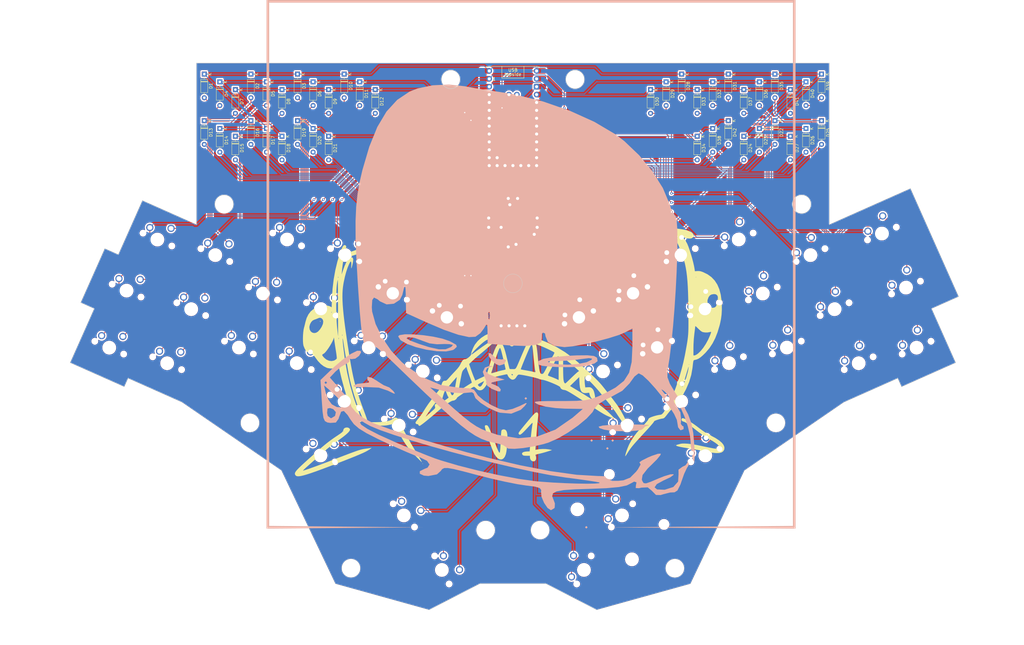
<source format=kicad_pcb>
(kicad_pcb (version 20240108) (generator "pcbnew") (generator_version "8.0")
  (layers (0 "F.Cu" signal) (31 "B.Cu" signal) (34 "B.Paste" user) (35 "F.Paste" user) (36 "B.SilkS" user "B.Silkscreen") (37 "F.SilkS" user "F.Silkscreen") (38 "B.Mask" user) (39 "F.Mask" user) (44 "Edge.Cuts" user))
  (net 0 "")
  (net 1 "Row 0")
  (net 2 "Net-(D1-A)")
  (net 3 "Net-(D2-A)")
  (net 4 "Net-(D3-A)")
  (net 5 "Row 1")
  (net 6 "Net-(D4-A)")
  (net 7 "Net-(D5-A)")
  (net 8 "Net-(D6-A)")
  (net 9 "Net-(D7-A)")
  (net 10 "Row 2")
  (net 11 "Net-(D8-A)")
  (net 12 "Net-(D9-A)")
  (net 13 "Net-(D10-A)")
  (net 14 "Net-(D11-A)")
  (net 15 "Net-(D12-A)")
  (net 16 "Net-(D13-A)")
  (net 17 "Net-(D14-A)")
  (net 18 "Net-(D15-A)")
  (net 19 "Net-(D16-A)")
  (net 20 "Net-(D17-A)")
  (net 21 "Net-(D18-A)")
  (net 22 "Row 3")
  (net 23 "Net-(D19-A)")
  (net 24 "Net-(D20-A)")
  (net 25 "Net-(D21-A)")
  (net 26 "Net-(D22-A)")
  (net 27 "Net-(D23-A)")
  (net 28 "Net-(D24-A)")
  (net 29 "Net-(D25-A)")
  (net 30 "Net-(D26-A)")
  (net 31 "Net-(D27-A)")
  (net 32 "Net-(D28-A)")
  (net 33 "Net-(D29-A)")
  (net 34 "Net-(D30-A)")
  (net 35 "Net-(D31-A)")
  (net 36 "Net-(D32-A)")
  (net 37 "Net-(D33-A)")
  (net 38 "Net-(D34-A)")
  (net 39 "Net-(D35-A)")
  (net 40 "Net-(D36-A)")
  (net 41 "Net-(D37-A)")
  (net 42 "Net-(D38-A)")
  (net 43 "Net-(D39-A)")
  (net 44 "Net-(D40-A)")
  (net 45 "Net-(D41-A)")
  (net 46 "Net-(D42-A)")
  (net 47 "Col 0")
  (net 48 "Col 1")
  (net 49 "Col 2")
  (net 50 "Col 3")
  (net 51 "Col 4")
  (net 52 "Col 5")
  (net 53 "Col 6")
  (net 54 "Col 7")
  (net 55 "Col 8")
  (net 56 "Col 9")
  (net 57 "Col 10")
  (net 58 "Col 11")
  (net 59 "SDA")
  (net 61 "Ground B")
  (net 63 "SCL")
  (net 64 "PIN C")
  (net 66 "PIN A")
  (net 68 "3.3v ")
  (net 69 "PIN D")
  (net 70 "Ground")
  (net 72 "PIN B")
  (net 74 "Encoder 1")
  (net 75 "Encoder 2")
  (net 76 "Encoder SW")
  (footprint "Diode_THT:D_DO-35_SOD27_P7.62mm_Horizontal" (layer "F.Cu") (at 290.535603 44.26592 -90)
    (property "Reference" "D37")
    (property "Value" "1N4148")
  )
  (footprint "PCM_marbastlib-mx:SW_MX_1u" (layer "F.Cu") (at 327.484484 132.352591 24)
    (property "Reference" "SW37" (hide yes))
    (property "Value" "SW_Push")
  )
  (footprint "Diode_THT:D_DO-35_SOD27_P7.62mm_Horizontal" (layer "F.Cu") (at 121.970321 41.76592 -90)
    (property "Reference" "D4")
    (property "Value" "1N4148")
  )
  (footprint "PCM_marbastlib-mx:SW_MX_1u" (layer "F.Cu") (at 128.118548 127.311288 -24)
    (property "Reference" "SW9" (hide yes))
    (property "Value" "SW_Push")
  )
  (footprint "Diode_THT:D_DO-35_SOD27_P7.62mm_Horizontal" (layer "F.Cu") (at 260.535603 44.26592 -90)
    (property "Reference" "D30")
    (property "Value" "1N4148")
  )
  (footprint "Diode_THT:D_DO-35_SOD27_P7.62mm_Horizontal" (layer "F.Cu") (at 290.535603 59.26592 -90)
    (property "Reference" "D24")
    (property "Value" "1N4148")
  )
  (footprint "PCM_marbastlib-mx:SW_MX_1u" (layer "F.Cu") (at 270.394521 144.635045 24)
    (property "Reference" "SW27" (hide yes))
    (property "Value" "SW_Push")
  )
  (footprint "Diode_THT:D_DO-35_SOD27_P7.62mm_Horizontal" (layer "F.Cu") (at 136.970321 41.76592 -90)
    (property "Reference" "D5")
    (property "Value" "1N4148")
  )
  (footprint "PCM_marbastlib-mx:SW_MX_1u" (layer "F.Cu") (at 179.514197 152.383378 -24)
    (property "Reference" "SW18" (hide yes))
    (property "Value" "SW_Push")
  )
  (footprint "Samacsys:RKJXT1F42001" (layer "F.Cu") (at 216.252839 87.106024)
    (property "Reference" "S1")
    (property "Value" "RKJXT1F42001" (hide yes))
  )
  (footprint "PCM_marbastlib-mx:SW_MX_1u" (layer "F.Cu") (at 112.769527 114.94955 -24)
    (property "Reference" "SW5" (hide yes))
    (property "Value" "SW_Push")
  )
  (footprint "PCM_marbastlib-mx:SW_MX_1u" (layer "F.Cu") (at 146.741799 132.318985 -24)
    (property "Reference" "SW12" (hide yes))
    (property "Value" "SW_Push")
  )
  (footprint "Diode_THT:D_DO-35_SOD27_P7.62mm_Horizontal" (layer "F.Cu") (at 166.970321 41.76592 -90)
    (property "Reference" "D11")
    (property "Value" "1N4148")
  )
  (footprint "Diode_THT:D_DO-35_SOD27_P7.62mm_Horizontal" (layer "F.Cu") (at 116.970321 54.26592 -90)
    (property "Reference" "D13")
    (property "Value" "1N4148")
  )
  (footprint "Diode_THT:D_DO-35_SOD27_P7.62mm_Horizontal" (layer "F.Cu") (at 280.535603 41.76592 -90)
    (property "Reference" "D32")
    (property "Value" "1N4148")
  )
  (footprint "PCM_marbastlib-mx:SW_MX_1u" (layer "F.Cu") (at 195.010864 117.577296 -24)
    (property "Reference" "SW16" (hide yes))
    (property "Value" "SW_Push")
  )
  (footprint "PCM_marbastlib-mx:SW_MX_1u" (layer "F.Cu") (at 346.107734 127.344895 24)
    (property "Reference" "SW41" (hide yes))
    (property "Value" "SW_Push")
  )
  (footprint "PCM_marbastlib-mx:SW_MX_1u" (layer "F.Cu") (at 135.866881 109.908247 -24)
    (property "Reference" "SW6" (hide yes))
    (property "Value" "SW_Push")
  )
  (footprint "Diode_THT:D_DO-35_SOD27_P7.62mm_Horizontal" (layer "F.Cu") (at 295.535603 56.76592 -90)
    (property "Reference" "D23")
    (property "Value" "1N4148")
  )
  (footprint "Diode_THT:D_DO-35_SOD27_P7.62mm_Horizontal" (layer "F.Cu") (at 121.970321 56.76592 -90)
    (property "Reference" "D14")
    (property "Value" "1N4148")
  )
  (footprint "PCM_marbastlib-mx:SW_MX_1u" (layer "F.Cu") (at 245.243147 134.980337 24)
    (property "Reference" "SW23" (hide yes))
    (property "Value" "SW_Push")
  )
  (footprint "PCM_marbastlib-mx:SW_MX_1.75u" (layer "F.Cu") (at 251.350029 181.348664 47.5)
    (property "Reference" "SW38" (hide yes))
    (property "Value" "SW_Push")
  )
  (footprint "Diode_THT:D_DO-35_SOD27_P7.62mm_Horizontal" (layer "F.Cu") (at 146.970321 54.26592 -90)
    (property "Reference" "D19")
    (property "Value" "1N4148")
  )
  (footprint "PCM_marbastlib-mx:SW_MX_1u" (layer "F.Cu") (at 304.38713 127.311288 24)
    (property "Reference" "SW33" (hide yes))
    (property "Value" "SW_Push")
  )
  (footprint "Diode_THT:D_DO-35_SOD27_P7.62mm_Horizontal" (layer "F.Cu") (at 275.535603 59.26592 -90)
    (property "Reference" "D34")
    (property "Value" "1N4148")
  )
  (footprint "PCM_marbastlib-xp-promicroish:Helios_ACH" (layer "F.Cu") (at 216.252962 54.75102)
    (property "Reference" "U1")
    (property "Value" "Helios")
  )
  (footprint "PCM_marbastlib-mx:SW_MX_1.5u" (layer "F.Cu") (at 334.961829 90.60173 24)
    (property "Reference" "SW39" (hide yes))
    (property "Value" "SW_Push")
  )
  (footprint "PCM_marbastlib-mx:SW_MX_1u" (layer "F.Cu") (at 169.85949 127.232004 -24)
    (property "Reference" "SW14" (hide yes))
    (property "Value" "SW_Push")
  )
  (footprint "PCM_marbastlib-mx:SW_MX_1u" (layer "F.Cu") (at 270.267213 97.512903 24)
    (property "Reference" "SW28" (hide yes))
    (property "Value" "SW_Push")
  )
  (footprint "PCM_marbastlib-mx:SW_MX_1u" (layer "F.Cu") (at 86.397944 127.344894 -24)
    (property "Reference" "SW7" (hide yes))
    (property "Value" "SW_Push")
  )
  (footprint "Diode_THT:D_DO-35_SOD27_P7.62mm_Horizontal" (layer "F.Cu") (at 136.970321 56.76592 -90)
    (property "Reference" "D17")
    (property "Value" "1N4148")
  )
  (footprint "Diode_THT:D_DO-35_SOD27_P7.62mm_Horizontal" (layer "F.Cu") (at 151.970321 56.76592 -90)
    (property "Reference" "D20")
    (property "Value" "1N4148")
  )
  (footprint "Diode_THT:D_DO-35_SOD27_P7.62mm_Horizontal" (layer "F.Cu") (at 151.970321 41.76592 -90)
    (property "Reference" "D6")
    (property "Value" "1N4148")
  )
  (footprint "Diode_THT:D_DO-35_SOD27_P7.62mm_Horizontal" (layer "F.Cu") (at 156.970321 44.26592 -90)
    (property "Reference" "D9")
    (property "Value" "1N4148")
  )
  (footprint "PCM_marbastlib-mx:SW_MX_1u" (layer "F.Cu") (at 193.396833 198.901157 -62.7)
    (property "Reference" "SW21" (hide yes))
    (property "Value" "SW_Push")
  )
  (footprint "PCM_marbastlib-mx:SW_MX_1u" (layer "F.Cu") (at 278.142854 162.038086 24)
    (property "Reference" "SW42" (hide yes))
    (property "Value" "SW_Push")
  )
  (footprint "PCM_marbastlib-mx:SW_MX_1.75u" (layer "F.Cu") (at 181.164886 181.340205 -47.5)
    (property "Reference" "SW20" (hide yes))
    (property "Value" "SW_Push")
  )
  (footprint "PCM_marbastlib-mx:SW_MX_1u" (layer "F.Cu") (at 162.238465 97.512903 -24)
    (property "Reference" "SW10" (hide yes))
    (property "Value" "SW_Push")
  )
  (footprint "Diode_THT:D_DO-35_SOD27_P7.62mm_Horizontal" (layer "F.Cu") (at 131.970321 54.26592 -90)
    (property "Reference" "D16")
    (property "Value" "1N4148")
  )
  (footprint "PCM_marbastlib-mx:STAB_MX_2u" (layer "F.Cu") (at 251.350029 181.348664 -42.5)
    (property "Reference" "S2" (hide yes))
    (property "Value" "MX_stab")
  )
  (footprint "PCM_marbastlib-mx:SW_MX_1u" (layer "F.Cu") (at 254.897855 109.828963 24)
    (property "Reference" "SW25" (hide yes))
    (property "Value" "SW_Push")
  )
  (footprint "PCM_marbastlib-mx:SW_MX_1u" (layer "F.Cu") (at 288.890464 92.505206 24)
    (property "Reference" "SW31" (hide yes))
    (property "Value" "SW_Push")
  )
  (footprint "Diode_THT:D_DO-35_SOD27_P7.62mm_Horizontal" (layer "F.Cu") (at 315.535603 39.26592 -90)
    (property "Reference" "D39")
    (property "Value" "1N4148")
  )
  (footprint "PCM_marbastlib-mx:SW_MX_1u" (layer "F.Cu") (at 162.111157 144.635045 -24)
    (property "Reference" "SW15" (hide yes))
    (property "Value" "SW_Push")
  )
  (footprint "Diode_THT:D_DO-35_SOD27_P7.62mm_Horizontal" (layer "F.Cu") (at 300.535603 39.26592 -90)
    (property "Reference" "D35")
    (property "Value" "1N4148")
  )
  (footprint "Diode_THT:D_DO-35_SOD27_P7.62mm_Horizontal" (layer "F.Cu") (at 305.535603 59.26592 -90)
    (property "Reference" "D27")
    (property "Value" "1N4148")
  )
  (footprint "Connector_PinHeader_2.54mm:PinHeader_1x04_P2.54mm_Vertical" (layer "F.Cu") (at 212.452839 120.306024 90)
    (property "Reference" "J2")
    (property "Value" "Conn_01x04_Pin")
  )
  (footprint "PCM_marbastlib-mx:SW_MX_1u" (layer "F.Cu") (at 105.021194 132.352591 -24)
    (property "Reference" "SW8" (hide yes))
    (property "Value" "SW_Push")
  )
  (footprint "Diode_THT:D_DO-35_SOD27_P7.62mm_Horizontal" (layer "F.Cu") (at 126.970321 44.26592 -90)
    (property "Reference" "D7")
    (property "Value" "1N4148")
  )
  (footprint "PCM_marbastlib-mx:SW_MX_1u" (layer "F.Cu") (at 285.763879 132.318985 24)
    (property "Reference" "SW30" (hide yes))
    (property "Value" "SW_Push")
  )
  (footprint "PCM_marbastlib-mx:SW_MX_1u" (layer "F.Cu") (at 154.490132 114.915944 -24)
    (property "Reference" "SW11" (hide yes))
    (property "Value" "SW_Push")
  )
  (footprint "Diode_THT:D_DO-35_SOD27_P7.62mm_Horizontal" (layer "F.Cu") (at 295.535603 41.76592 -90)
    (property "Reference" "D36")
    (property "Value" "1N4148")
  )
  (footprint "PCM_marbastlib-mx:SW_MX_1u" (layer "F.Cu") (at 101.89461 92.538813 -24)
    (property "Reference" "SW1" (hide yes))
    (property "Value" "SW_Push")
  )
  (footprint "Diode_THT:D_DO-35_SOD27_P7.62mm_Horizontal" (layer "F.Cu") (at 280.535603 56.76592 -90)
    (property "Reference" "D38")
    (property "Value" "1N4148")
  )
  (footprint "PCM_marbastlib-mx:SW_MX_1u" (layer "F.Cu") (at 187.262531 134.980337 -24)
    (property "Reference" "SW17" (hide yes))
    (property "Value" "SW_Push")
  )
  (footprint "Diode_THT:D_DO-35_SOD27_P7.62mm_Horizontal" (layer "F.Cu") (at 171.970321 44.26592 -90)
    (property "Reference" "D12")
    (property "Value" "1N4148")
  )
  (footprint "PCM_marbastlib-mx:SW_MX_1u" (layer "F.Cu") (at 296.638797 109.908247 24)
    (property "Reference" "SW32" (hide yes))
    (property "Value" "SW_Push")
  )
  (footprint "PCM_marbastlib-mx:SW_MX_1u" (layer "F.Cu") (at 143.615214 92.505206 -24)
    (property "Reference" "SW3" (hide yes))
    (property "Value" "SW_Push")
  )
  (footprint "PCM_marbastlib-mx:SW_MX_1.5u" (layer "F.Cu") (at 342.710162 108.004771 24)
    (property "Reference" "SW40" (hide yes))
    (property "Value" "SW_Push")
  )
  (footprint "PCM_marbastlib-mx:SW_MX_1u" (layer "F.Cu") (at 177.607823 109.828963 -24)
    (property "Reference" "SW13" (hide yes))
    (property "Value" "SW_Push")
  )
  (footprint "PCM_marbastlib-mx:SW_MX_1u" (layer "F.Cu") (at 319.736151 114.94955 24)
    (property "Reference" "SW36" (hide yes))
    (property "Value" "SW_Push")
  )
  (footprint "Diode_THT:D_DO-35_SOD27_P7.62mm_Horizontal" (layer "F.Cu") (at 116.970321 39.26592 -90)
    (property "Reference" "D1")
    (property "Value" "1N4148")
  )
  (footprint "Diode_THT:D_DO-35_SOD27_P7.62mm_Horizontal" (layer "F.Cu") (at 131.970321 39.26592 -90)
    (property "Reference" "D2")
    (property "Value" "1N4148")
  )
  (footprint "PCM_marbastlib-mx:SW_MX_1u" (layer "F.Cu") (at 278.015546 114.915944 24)
    (property "Reference" "SW29" (hide yes))
    (property "Value" "SW_Push")
  )
  (footprint "Diode_THT:D_DO-35_SOD27_P7.62mm_Horizontal" (layer "F.Cu") (at 141.970321 44.26592 -90)
    (property "Reference" "D8")
    (property "Value" "1N4148")
  )
  (footprint "Diode_THT:D_DO-35_SOD27_P7.62mm_Horizontal" (layer "F.Cu") (at 161.970321 39.26592 -90)
    (property "Reference" "D10")
    (property "Value" "1N4148")
  )
  (footprint "Diode_THT:D_DO-35_SOD27_P7.62mm_Horizontal" (layer "F.Cu") (at 146.970321 39.26592 -90)
    (property "Reference" "D3")
    (property "Value" "1N4148")
  )
  (footprint "PCM_marbastlib-mx:SW_MX_1u" (layer "F.Cu") (at 237.494814 117.577296 24)
    (property "Reference" "SW22" (hide yes))
    (property "Value" "SW_Push")
  )
  (footprint "LOGO" (layer "F.Cu") (at 217.510971 126.077796)
    (property "Reference" "G***")
    (property "Value" "LOGO" (hide yes))
  )
  (footprint "Diode_THT:D_DO-35_SOD27_P7.62mm_Horizontal" (layer "F.Cu") (at 310.535603 41.76592 -90)
    (property "Reference" "D40")
    (property "Value" "1N4148")
  )
  (footprint "Diode_THT:D_DO-35_SOD27_P7.62mm_Horizontal" (layer "F.Cu") (at 126.970321 59.26592 -90)
    (property "Reference" "D15")
    (property "Value" "1N4148")
  )
  (footprint "PCM_marbastlib-mx:SW_MX_1.25u" (layer "F.Cu") (at 91.970897 108.973312 -24)
    (property "Reference" "SW4" (hide yes))
    (property "Value" "SW_Push")
  )
  (footprint "PCM_marbastlib-mx:SW_MX_1u" (layer "F.Cu") (at 252.99148 152.383378 24)
    (property "Reference" "SW24" (hide yes))
    (property "Value" "SW_Push")
  )
  (footprint "Diode_THT:D_DO-35_SOD27_P7.62mm_Horizontal" (layer "F.Cu") (at 156.970321 59.26592 -90)
    (property "Reference" "D21")
    (property "Value" "1N4148")
  )
  (footprint "Diode_THT:D_DO-35_SOD27_P7.62mm_Horizontal" (layer "F.Cu") (at 310.535603 56.76592 -90)
    (property "Reference" "D26")
    (property "Value" "1N4148")
  )
  (footprint "PCM_marbastlib-mx:SW_MX_1u" (layer "F.Cu") (at 120.51786 97.546509 -24)
    (property "Reference" "SW2" (hide yes))
    (property "Value" "SW_Push")
  )
  (footprint "PCM_marbastlib-mx:SW_MX_1u" (layer "F.Cu") (at 262.646188 127.232004 24)
    (property "Reference" "SW26" (hide yes))
    (property "Value" "SW_Push")
  )
  (footprint "Diode_THT:D_DO-35_SOD27_P7.62mm_Horizontal" (layer "F.Cu") (at 141.970321 59.26592 -90)
    (property "Reference" "D18")
    (property "Value" "1N4148")
  )
  (footprint "PCM_marbastlib-mx:SW_MX_1u" (layer "F.Cu") (at 239.108845 198.901156 62.7)
    (property "Reference" "SW34" (hide yes))
    (property "Value" "SW_Push")
  )
  (footprint "Diode_THT:D_DO-35_SOD27_P7.62mm_Horizontal" (layer "F.Cu") (at 275.535603 44.26592 -90)
    (property "Reference" "D33")
    (property "Value" "1N4148")
  )
  (footprint "Diode_THT:D_DO-35_SOD27_P7.62mm_Horizontal" (layer "F.Cu") (at 270.535603 39.26592 -90)
    (property "Reference" "D28")
    (property "Value" "1N4148")
  )
  (footprint "Diode_THT:D_DO-35_SOD27_P7.62mm_Horizontal" (layer "F.Cu") (at 305.535603 44.26592 -90)
    (property "Reference" "D41")
    (property "Value" "1N4148")
  )
  (footprint "Diode_THT:D_DO-35_SOD27_P7.62mm_Horizontal" (layer "F.Cu") (at 285.535603 54.26592 -90)
    (property "Reference" "D42")
    (property "Value" "1N4148")
  )
  (footprint "PCM_marbastlib-mx:SW_MX_1u" (layer "F.Cu") (at 154.362824 162.038086 -24)
    (property "Reference" "SW19" (hide yes))
    (property "Value" "SW_Push")
  )
  (footprint "Diode_THT:D_DO-35_SOD27_P7.62mm_Horizontal" (layer "F.Cu") (at 265.535603 41.76592 -90)
    (property "Reference" "D29")
    (property "Value" "1N4148")
  )
  (footprint "Diode_THT:D_DO-35_SOD27_P7.62mm_Horizontal" (layer "F.Cu") (at 315.535603 54.26592 -90)
    (property "Reference" "D25")
    (property "Value" "1N4148")
  )
  (footprint "Diode_THT:D_DO-35_SOD27_P7.62mm_Horizontal" (layer "F.Cu") (at 285.535603 39.26592 -90)
    (property "Reference" "D31")
    (property "Value" "1N4148")
  )
  (footprint "PCM_marbastlib-mx:SW_MX_1u" (layer "F.Cu") (at 311.987818 97.546509 24)
    (property "Reference" "SW35" (hide yes))
    (property "Value" "SW_Push")
  )
  (footprint "Diode_THT:D_DO-35_SOD27_P7.62mm_Horizontal" (layer "F.Cu") (at 300.535603 54.26592 -90)
    (property "Reference" "D22")
    (property "Value" "1N4148")
  )
  (footprint "LOGO" (layer "B.Cu") (at 222.510971 100.077796 180)
    (property "Reference" "G***")
    (property "Value" "LOGO" (hide yes))
  )
  (gr_circle (center 300.839468 151.553263) (end 303.839468 151.553263) (stroke (width 0.1)) (fill none) (layer "Edge.Cuts"))
  (gr_line (start 341.28009 139.920529) (end 358.683122 132.172174) (stroke (width 0.15)) (layer "Edge.Cuts"))
  (gr_line (start 340.059864 137.179864) (end 341.28009 139.920529) (stroke (width 0.15)) (layer "Edge.Cuts"))
  (gr_line (start 273.350029 203.348664) (end 290.71856 166.8652) (stroke (width 0.1)) (layer "Edge.Cuts"))
  (gr_line (start 89.319361 97.366018) (end 84.968617 95.428934) (stroke (width 0.15)) (layer "Edge.Cuts"))
  (gr_line (start 344.139631 76.08911) (end 339.309262 78.239736) (stroke (width 0.15)) (layer "Edge.Cuts"))
  (gr_circle (center 236.252962 40.97102) (end 236.252962 37.97102) (stroke (width 0.15)) (fill none) (layer "Edge.Cuts"))
  (gr_line (start 189.301428 211.73337) (end 205.649787 203.295255) (stroke (width 0.15)) (layer "Edge.Cuts"))
  (gr_line (start 290.71856 166.8652) (end 322.656928 144.928177) (stroke (width 0.1)) (layer "Edge.Cuts"))
  (gr_line (start 350.934811 114.769242) (end 359.636298 110.895077) (stroke (width 0.15)) (layer "Edge.Cuts"))
  (gr_line (start 358.683122 132.172174) (end 350.934811 114.769242) (stroke (width 0.15)) (layer "Edge.Cuts"))
  (gr_line (start 114.470694 87.711512) (end 97.067708 79.963159) (stroke (width 0.15)) (layer "Edge.Cuts"))
  (gr_line (start 345.166644 78.395811) (end 344.139631 76.08911) (stroke (width 0.15)) (layer "Edge.Cuts"))
  (gr_circle (center 216.252839 106.656024) (end 219.252839 106.656024) (stroke (width 0.1)) (fill none) (layer "Edge.Cuts"))
  (gr_line (start 226.856136 203.295255) (end 243.204496 211.73337) (stroke (width 0.15)) (layer "Edge.Cuts"))
  (gr_circle (center 268.350029 198.348664) (end 271.350029 198.348664) (stroke (width 0.1)) (fill none) (layer "Edge.Cuts"))
  (gr_line (start 73.822802 132.172174) (end 91.225833 139.920529) (stroke (width 0.15)) (layer "Edge.Cuts"))
  (gr_line (start 339.309262 78.239736) (end 322.865453 85.561017) (stroke (width 0.15)) (layer "Edge.Cuts"))
  (gr_circle (center 309.140662 81.151691) (end 312.140662 81.151691) (stroke (width 0.15)) (fill none) (layer "Edge.Cuts"))
  (gr_line (start 91.225833 139.920529) (end 92.44606 137.179864) (stroke (width 0.15)) (layer "Edge.Cuts"))
  (gr_line (start 84.968617 95.428934) (end 77.220268 112.831953) (stroke (width 0.15)) (layer "Edge.Cuts"))
  (gr_line (start 114.470694 87.711512) (end 114.470694 35.711512) (stroke (width 0.15)) (layer "Edge.Cuts"))
  (gr_line (start 141.787364 166.8652) (end 109.848996 144.928177) (stroke (width 0.1)) (layer "Edge.Cuts"))
  (gr_line (start 205.649787 203.295255) (end 226.856136 203.295255) (stroke (width 0.15)) (layer "Edge.Cuts"))
  (gr_line (start 189.301428 211.73337) (end 159.164886 203.340205) (stroke (width 0.1)) (layer "Edge.Cuts"))
  (gr_line (start 322.656928 144.928177) (end 339.580348 137.393359) (stroke (width 0.15)) (layer "Edge.Cuts"))
  (gr_line (start 81.571119 114.769228) (end 73.822802 132.172174) (stroke (width 0.15)) (layer "Edge.Cuts"))
  (gr_line (start 322.865453 85.561017) (end 318.035254 87.711567) (stroke (width 0.15)) (layer "Edge.Cuts"))
  (gr_line (start 92.44606 137.179864) (end 92.925576 137.393359) (stroke (width 0.15)) (layer "Edge.Cuts"))
  (gr_circle (center 225.013403 186.06844) (end 228.013403 186.06844) (stroke (width 0.1)) (fill none) (layer "Edge.Cuts"))
  (gr_line (start 359.636298 110.895077) (end 345.166644 78.395811) (stroke (width 0.15)) (layer "Edge.Cuts"))
  (gr_circle (center 131.66621 151.553263) (end 134.66621 151.553263) (stroke (width 0.1)) (fill none) (layer "Edge.Cuts"))
  (gr_line (start 92.925576 137.393359) (end 109.848996 144.928177) (stroke (width 0.15)) (layer "Edge.Cuts"))
  (gr_circle (center 196.252962 40.97102) (end 196.252962 37.97102) (stroke (width 0.15)) (fill none) (layer "Edge.Cuts"))
  (gr_circle (center 164.164886 198.340205) (end 167.164886 198.340205) (stroke (width 0.1)) (fill none) (layer "Edge.Cuts"))
  (gr_line (start 97.067708 79.963159) (end 89.319361 97.366018) (stroke (width 0.15)) (layer "Edge.Cuts"))
  (gr_line (start 159.164886 203.340205) (end 141.787364 166.8652) (stroke (width 0.1)) (layer "Edge.Cuts"))
  (gr_line (start 318.035254 35.711567) (end 114.470694 35.711512) (stroke (width 0.15)) (layer "Edge.Cuts"))
  (gr_line (start 339.580348 137.393359) (end 340.059864 137.179864) (stroke (width 0.15)) (layer "Edge.Cuts"))
  (gr_line (start 77.220268 112.831953) (end 81.571119 114.769228) (stroke (width 0.15)) (layer "Edge.Cuts"))
  (gr_line (start 243.204496 211.73337) (end 273.350029 203.348664) (stroke (width 0.1)) (layer "Edge.Cuts"))
  (gr_circle (center 207.492275 186.06844) (end 204.492275 186.06844) (stroke (width 0.1)) (fill none) (layer "Edge.Cuts"))
  (gr_circle (center 123.365017 81.151691) (end 126.365017 81.151691) (stroke (width 0.15)) (fill none) (layer "Edge.Cuts"))
  (gr_line (start 318.035254 87.711567) (end 318.035254 35.711567) (stroke (width 0.15)) (layer "Edge.Cuts"))
  (segment (start 207.047966 36.656024) (end 173.252839 36.656024) (width 0.25) (layer "B.Cu") (net 1))
  (segment (start 242.612835 37.01602) (end 209.857962 37.01602) (width 0.25) (layer "B.Cu") (net 1))
  (segment (start 116.970321 39.26592) (end 161.970321 39.26592) (width 0.25) (layer "B.Cu") (net 1))
  (segment (start 173.252839 36.656024) (end 170.642943 39.26592) (width 0.25) (layer "B.Cu") (net 1))
  (segment (start 270.535603 39.26592) (end 244.862735 39.26592) (width 0.25) (layer "B.Cu") (net 1))
  (segment (start 116.970321 54.26592) (end 131.970321 54.26592) (width 0.25) (layer "B.Cu") (net 1))
  (segment (start 315.535603 54.26592) (end 300.535603 54.26592) (width 0.25) (layer "B.Cu") (net 1))
  (segment (start 170.642943 39.26592) (end 161.970321 39.26592) (width 0.25) (layer "B.Cu") (net 1))
  (segment (start 315.535603 39.26592) (end 270.535603 39.26592) (width 0.25) (layer "B.Cu") (net 1))
  (segment (start 131.970321 54.26592) (end 116.970321 39.26592) (width 0.25) (layer "B.Cu") (net 1))
  (segment (start 300.535603 54.26592) (end 315.535603 39.26592) (width 0.25) (layer "B.Cu") (net 1))
  (segment (start 208.632962 38.24102) (end 207.047966 36.656024) (width 0.25) (layer "B.Cu") (net 1))
  (segment (start 209.857962 37.01602) (end 208.632962 38.24102) (width 0.25) (layer "B.Cu") (net 1))
  (segment (start 244.862735 39.26592) (end 242.612835 37.01602) (width 0.25) (layer "B.Cu") (net 1))
  (segment (start 118.095321 86.813542) (end 114.252839 90.656024) (width 0.25) (layer "F.Cu") (net 2))
  (segment (start 111.527928 88.931113) (end 106.281238 88.931113) (width 0.25) (layer "F.Cu") (net 2))
  (segment (start 116.970321 46.88592) (end 118.095321 48.01092) (width 0.25) (layer "F.Cu") (net 2))
  (segment (start 113.252839 90.656024) (end 111.527928 88.931113) (width 0.25) (layer "F.Cu") (net 2))
  (segment (start 114.252839 90.656024) (end 113.252839 90.656024) (width 0.25) (layer "F.Cu") (net 2))
  (segment (start 118.095321 48.01092) (end 118.095321 86.813542) (width 0.25) (layer "F.Cu") (net 2))
  (segment (start 131.970321 46.88592) (end 131.970321 48.476911) (width 0.25) (layer "F.Cu") (net 3))
  (segment (start 131.970321 48.476911) (end 125.291208 55.156024) (width 0.25) (layer "F.Cu") (net 3))
  (segment (start 125.291208 55.156024) (end 119.445321 55.156024) (width 0.25) (layer "F.Cu") (net 3))
  (segment (start 119.445321 88.479642) (end 124.904488 93.938809) (width 0.25) (layer "F.Cu") (net 3))
  (segment (start 119.445321 55.156024) (end 119.445321 88.479642) (width 0.25) (layer "F.Cu") (net 3))
  (segment (start 148.095321 88.804027) (end 148.001842 88.897506) (width 0.25) (layer "F.Cu") (net 4))
  (segment (start 146.970321 46.88592) (end 148.095321 48.01092) (width 0.25) (layer "F.Cu") (net 4))
  (segment (start 148.095321 48.01092) (end 148.095321 88.804027) (width 0.25) (layer "F.Cu") (net 4))
  (segment (start 209.857962 39.55602) (end 208.632962 40.78102) (width 0.25) (layer "B.Cu") (net 5))
  (segment (start 310.535603 41.76592) (end 265.535603 41.76592) (width 0.25) (layer "B.Cu") (net 5))
  (segment (start 166.970321 41.76592) (end 187.862735 41.76592) (width 0.25) (layer "B.Cu") (net 5))
  (segment (start 121.970321 56.76592) (end 136.970321 56.76592) (width 0.25) (layer "B.Cu") (net 5))
  (segment (start 192.252839 46.156024) (end 199.252839 46.156024) (width 0.25) (layer "B.Cu") (net 5))
  (segment (start 122.362735 41.76592) (end 121.970321 41.76592) (width 0.25) (layer "B.Cu") (net 5))
  (segment (start 265.535603 41.76592) (end 243.362735 41.76592) (width 0.25) (layer "B.Cu") (net 5))
  (segment (start 199.252839 46.156024) (end 204.627843 40.78102) (width 0.25) (layer "B.Cu") (net 5))
  (segment (start 136.970321 56.373506) (end 122.362735 41.76592) (width 0.25) (layer "B.Cu") (net 5))
  (segment (start 226.652835 39.55602) (end 209.857962 39.55602) (width 0.25) (layer "B.Cu") (net 5))
  (segment (start 243.362735 41.76592) (end 243.252839 41.656024) (width 0.25) (layer "B.Cu") (net 5))
  (segment (start 310.535603 56.76592) (end 295.535603 56.76592) (width 0.25) (layer "B.Cu") (net 5))
  (segment (start 187.862735 41.76592) (end 192.252839 46.156024) (width 0.25) (layer "B.Cu") (net 5))
  (segment (start 136.970321 56.76592) (end 136.970321 56.373506) (width 0.25) (layer "B.Cu") (net 5))
  (segment (start 232.752839 45.656024) (end 226.652835 39.55602) (width 0.25) (layer "B.Cu") (net 5))
  (segment (start 243.252839 41.656024) (end 239.252839 45.656024) (width 0.25) (layer "B.Cu") (net 5))
  (segment (start 295.535603 56.76592) (end 310.535603 41.76592) (width 0.25) (layer "B.Cu") (net 5))
  (segment (start 121.970321 41.76592) (end 166.970321 41.76592) (width 0.25) (layer "B.Cu") (net 5))
  (segment (start 204.627843 40.78102) (end 208.632962 40.78102) (width 0.25) (layer "B.Cu") (net 5))
  (segment (start 239.252839 45.656024) (end 232.752839 45.656024) (width 0.25) (layer "B.Cu") (net 5))
  (segment (start 100.179647 105.365612) (end 96.357525 105.365612) (width 0.25) (layer "F.Cu") (net 6))
  (segment (start 121.970321 49.38592) (end 118.545321 52.81092) (width 0.25) (layer "F.Cu") (net 6))
  (segment (start 118.545321 52.81092) (end 118.545321 86.999938) (width 0.25) (layer "F.Cu") (net 6))
  (segment (start 118.545321 86.999938) (end 100.179647 105.365612) (width 0.25) (layer "F.Cu") (net 6))
  (segment (start 128.252839 94.750796) (end 117.156155 105.84748) (width 0.25) (layer "F.Cu") (net 7))
  (segment (start 128.252839 55.733402) (end 128.252839 94.750796) (width 0.25) (layer "F.Cu") (net 7))
  (segment (start 134.600321 49.38592) (end 128.252839 55.733402) (width 0.25) (layer "F.Cu") (net 7))
  (segment (start 136.970321 49.38592) (end 134.600321 49.38592) (width 0.25) (layer "F.Cu") (net 7))
  (segment (start 117.156155 105.84748) (end 117.156155 111.34185) (width 0.25) (layer "F.Cu") (net 7))
  (segment (start 148.545321 52.81092) (end 148.545321 86.656024) (width 0.25) (layer "F.Cu") (net 8))
  (segment (start 151.970321 49.38592) (end 148.545321 52.81092) (width 0.25) (layer "F.Cu") (net 8))
  (segment (start 149.476842 87.587545) (end 149.476842 91.582844) (width 0.25) (layer "F.Cu") (net 8))
  (segment (start 140.253509 100.806177) (end 140.253509 106.300547) (width 0.25) (layer "F.Cu") (net 8))
  (segment (start 148.545321 86.656024) (end 149.476842 87.587545) (width 0.25) (layer "F.Cu") (net 8))
  (segment (start 149.476842 91.582844) (end 140.253509 100.806177) (width 0.25) (layer "F.Cu") (net 8))
  (segment (start 100.502839 105.906024) (end 100.502839 114.018927) (width 0.25) (layer "F.Cu") (net 9))
  (segment (start 126.970321 51.88592) (end 125.200217 53.656024) (width 0.25) (layer "F.Cu") (net 9))
  (segment (start 100.502839 114.018927) (end 90.784572 123.737194) (width 0.25) (layer "F.Cu") (net 9))
  (segment (start 118.995321 87.413542) (end 100.502839 105.906024) (width 0.25) (layer "F.Cu") (net 9))
  (segment (start 118.995321 53.656024) (end 118.995321 87.413542) (width 0.25) (layer "F.Cu") (net 9))
  (segment (start 125.200217 53.656024) (end 118.995321 53.656024) (width 0.25) (layer "F.Cu") (net 9))
  (segment (start 202.724239 43.32102) (end 208.632962 43.32102) (width 0.25) (layer "B.Cu") (net 10))
  (segment (start 192.066443 46.606024) (end 199.439235 46.606024) (width 0.25) (layer "B.Cu") (net 10))
  (segment (start 209.947962 42.00602) (end 208.632962 43.32102) (width 0.25) (layer "B.Cu") (net 10))
  (segment (start 189.726339 44.26592) (end 192.066443 46.606024) (width 0.25) (layer "B.Cu") (net 10))
  (segment (start 229.202838 46.106024) (end 225.102834 42.00602) (width 0.25) (layer "B.Cu") (net 10))
  (segment (start 258.695499 46.106024) (end 229.202838 46.106024) (width 0.25) (layer "B.Cu") (net 10))
  (segment (start 305.535603 59.26592) (end 290.535603 59.26592) (width 0.25) (layer "B.Cu") (net 10))
  (segment (start 290.535603 59.26592) (end 305.535603 44.26592) (width 0.25) (layer "B.Cu") (net 10))
  (segment (start 225.102834 42.00602) (end 209.947962 42.00602) (width 0.25) (layer "B.Cu") (net 10))
  (segment (start 141.970321 59.26592) (end 126.970321 44.26592) (width 0.25) (layer "B.Cu") (net 10))
  (segment (start 199.439235 46.606024) (end 202.724239 43.32102) (width 0.25) (layer "B.Cu") (net 10))
  (segment (start 171.970321 44.26592) (end 189.726339 44.26592) (width 0.25) (layer "B.Cu") (net 10))
  (segment (start 260.535603 44.26592) (end 258.695499 46.106024) (width 0.25) (layer "B.Cu") (net 10))
  (segment (start 126.970321 59.26592) (end 141.970321 59.26592) (width 0.25) (layer "B.Cu") (net 10))
  (segment (start 126.970321 44.26592) (end 171.970321 44.26592) (width 0.25) (layer "B.Cu") (net 10))
  (segment (start 305.535603 44.26592) (end 260.535603 44.26592) (width 0.25) (layer "B.Cu") (net 10))
  (segment (start 128.702839 57.656024) (end 128.702839 109.449874) (width 0.25) (layer "F.Cu") (net 11))
  (segment (start 128.702839 109.449874) (end 109.407822 128.744891) (width 0.25) (layer "F.Cu") (net 11))
  (segment (start 130.967943 55.39092) (end 128.702839 57.656024) (width 0.25) (layer "F.Cu") (net 11))
  (segment (start 138.465321 55.39092) (end 130.967943 55.39092) (width 0.25) (layer "F.Cu") (net 11))
  (segment (start 141.970321 51.88592) (end 138.465321 55.39092) (width 0.25) (layer "F.Cu") (net 11))
  (segment (start 156.970321 51.88592) (end 150.106717 51.88592) (width 0.25) (layer "F.Cu") (net 12))
  (segment (start 148.995321 52.997316) (end 148.995321 86.469628) (width 0.25) (layer "F.Cu") (net 12))
  (segment (start 148.995321 86.469628) (end 149.926842 87.401149) (width 0.25) (layer "F.Cu") (net 12))
  (segment (start 149.926842 87.401149) (end 149.926842 106.281922) (width 0.25) (layer "F.Cu") (net 12))
  (segment (start 149.926842 106.281922) (end 132.505176 123.703588) (width 0.25) (layer "F.Cu") (net 12))
  (segment (start 150.106717 51.88592) (end 148.995321 52.997316) (width 0.25) (layer "F.Cu") (net 12))
  (segment (start 161.970321 48.476911) (end 156.791208 53.656024) (width 0.25) (layer "F.Cu") (net 13))
  (segment (start 149.445321 53.656024) (end 149.445321 86.283232) (width 0.25) (layer "F.Cu") (net 13))
  (segment (start 159.343277 86.623387) (end 166.625093 93.905203) (width 0.25) (layer "F.Cu") (net 13))
  (segment (start 161.970321 46.88592) (end 161.970321 48.476911) (width 0.25) (layer "F.Cu") (net 13))
  (segment (start 149.445321 86.283232) (end 149.785476 86.623387) (width 0.25) (layer "F.Cu") (net 13))
  (segment (start 149.785476 86.623387) (end 159.343277 86.623387) (width 0.25) (layer "F.Cu") (net 13))
  (segment (start 156.791208 53.656024) (end 149.445321 53.656024) (width 0.25) (layer "F.Cu") (net 13))
  (segment (start 151.445321 54.106024) (end 151.395321 54.156024) (width 0.25) (layer "F.Cu") (net 14))
  (segment (start 151.395321 54.156024) (end 149.895321 54.156024) (width 0.25) (layer "F.Cu") (net 14))
  (segment (start 149.895321 54.156024) (end 149.895321 86.096836) (width 0.25) (layer "F.Cu") (net 14))
  (segment (start 162.250217 54.106024) (end 151.445321 54.106024) (width 0.25) (layer "F.Cu") (net 14))
  (segment (start 166.970321 49.38592) (end 162.250217 54.106024) (width 0.25) (layer "F.Cu") (net 14))
  (segment (start 160.979243 86.173387) (end 168.129276 93.32342) (width 0.25) (layer "F.Cu") (net 14))
  (segment (start 168.129276 93.32342) (end 168.129276 102.055728) (width 0.25) (layer "F.Cu") (net 14))
  (segment (start 149.971872 86.173387) (end 160.979243 86.173387) (width 0.25) (layer "F.Cu") (net 14))
  (segment (start 149.895321 86.096836) (end 149.971872 86.173387) (width 0.25) (layer "F.Cu") (net 14))
  (segment (start 168.129276 102.055728) (end 158.87676 111.308244) (width 0.25) (layer "F.Cu") (net 14))
  (segment (start 150.345321 54.656024) (end 150.345321 85.723387) (width 0.25) (layer "F.Cu") (net 15))
  (segment (start 161.165639 85.723387) (end 168.579276 93.137024) (width 0.25) (layer "F.Cu") (net 15))
  (segment (start 168.579276 111.260436) (end 151.128427 128.711285) (width 0.25) (layer "F.Cu") (net 15))
  (segment (start 150.345321 85.723387) (end 161.165639 85.723387) (width 0.25) (layer "F.Cu") (net 15))
  (segment (start 168.579276 93.137024) (end 168.579276 111.260436) (width 0.25) (layer "F.Cu") (net 15))
  (segment (start 171.970321 51.88592) (end 169.200217 54.656024) (width 0.25) (layer "F.Cu") (net 15))
  (segment (start 169.200217 54.656024) (end 150.345321 54.656024) (width 0.25) (layer "F.Cu") (net 15))
  (segment (start 181.994451 98.914412) (end 181.994451 106.221263) (width 0.25) (layer "B.Cu") (net 16))
  (segment (start 128.240425 73.156024) (end 159.087757 73.156024) (width 0.25) (layer "B.Cu") (net 16))
  (segment (start 159.087757 73.156024) (end 183.420298 97.488565) (width 0.25) (layer "B.Cu") (net 16))
  (segment (start 183.420298 97.488565) (end 181.994451 98.914412) (width 0.25) (layer "B.Cu") (net 16))
  (segment (start 116.970321 61.88592) (end 128.240425 73.156024) (width 0.25) (layer "B.Cu") (net 16))
  (segment (start 159.224153 72.656024) (end 187.238496 100.670367) (width 0.25) (layer "B.Cu") (net 17))
  (segment (start 187.238496 100.670367) (end 187.238496 110.631926) (width 0.25) (layer "B.Cu") (net 17))
  (segment (start 130.240425 72.656024) (end 159.224153 72.656024) (width 0.25) (layer "B.Cu") (net 17))
  (segment (start 121.970321 64.38592) (end 130.240425 72.656024) (width 0.25) (layer "B.Cu") (net 17))
  (segment (start 187.238496 110.631926) (end 174.246118 123.624304) (width 0.25) (layer "B.Cu") (net 17))
  (segment (start 132.200174 72.115773) (end 159.320298 72.115773) (width 0.25) (layer "B.Cu") (net 18))
  (segment (start 188.252839 119.272291) (end 166.497785 141.027345) (width 0.25) (layer "B.Cu") (net 18))
  (segment (start 126.970321 66.88592) (end 132.200174 72.115773) (width 0.25) (layer "B.Cu") (net 18))
  (segment (start 188.252839 101.048314) (end 188.252839 119.272291) (width 0.25) (layer "B.Cu") (net 18))
  (segment (start 159.320298 72.115773) (end 188.252839 101.048314) (width 0.25) (layer "B.Cu") (net 18))
  (segment (start 159.506694 71.665773) (end 199.397492 111.556571) (width 0.25) (layer "B.Cu") (net 19))
  (segment (start 199.397492 111.556571) (end 199.397492 113.969596) (width 0.25) (layer "B.Cu") (net 19))
  (segment (start 131.970321 61.88592) (end 141.750174 71.665773) (width 0.25) (layer "B.Cu") (net 19))
  (segment (start 141.750174 71.665773) (end 159.506694 71.665773) (width 0.25) (layer "B.Cu") (net 19))
  (segment (start 208.752839 120.275522) (end 208.752839 128.656024) (width 0.25) (layer "B.Cu") (net 20))
  (segment (start 206.036226 131.372637) (end 191.649159 131.372637) (width 0.25) (layer "B.Cu") (net 20))
  (segment (start 136.970321 64.38592) (end 143.800174 71.215773) (width 0.25) (layer "B.Cu") (net 20))
  (segment (start 159.69309 71.215773) (end 208.752839 120.275522) (width 0.25) (layer "B.Cu") (net 20))
  (segment (start 208.752839 128.656024) (end 206.036226 131.372637) (width 0.25) (layer "B.Cu") (net 20))
  (segment (start 143.800174 71.215773) (end 159.69309 71.215773) (width 0.25) (layer "B.Cu") (net 20))
  (segment (start 141.970321 66.88592) (end 145.238217 70.153816) (width 0.25) (layer "B.Cu") (net 21))
  (segment (start 207.650083 148.775678) (end 183.900825 148.775678) (width 0.25) (layer "B.Cu") (net 21))
  (segment (start 159.755047 70.641334) (end 209.269737 120.156024) (width 0.25) (layer "B.Cu") (net 21))
  (segment (start 159.755047 70.153816) (end 159.755047 70.641334) (width 0.25) (layer "B.Cu") (net 21))
  (segment (start 209.269737 120.156024) (end 209.269737 147.156024) (width 0.25) (layer "B.Cu") (net 21))
  (segment (start 145.238217 70.153816) (end 159.755047 70.153816) (width 0.25) (layer "B.Cu") (net 21))
  (segment (start 209.269737 147.156024) (end 207.650083 148.775678) (width 0.25) (layer "B.Cu") (net 21))
  (segment (start 232.752839 44.070898) (end 226.922961 38.24102) (width 0.25) (layer "F.Cu") (net 22))
  (segment (start 215.667843 38.24102) (end 223.872962 38.24102) (width 0.25) (layer "F.Cu") (net 22))
  (segment (start 212.752839 50.156024) (end 212.752839 41.156024) (width 0.25) (layer "F.Cu") (net 22))
  (segment (start 212.752839 41.156024) (end 215.667843 38.24102) (width 0.25) (layer "F.Cu") (net 22))
  (segment (start 226.922961 38.24102) (end 223.872962 38.24102) (width 0.25) (layer "F.Cu") (net 22))
  (segment (start 232.752839 50.156024) (end 232.752839 44.070898) (width 0.25) (layer "F.Cu") (net 22))
  (via (at 232.752839 50.156024) (size 0.8) (drill 0.4) (layers "F.Cu" "B.Cu") (net 22))
  (via (at 212.752839 50.156024) (size 0.8) (drill 0.4) (layers "F.Cu" "B.Cu") (net 22))
  (segment (start 212.752839 47.656024) (end 212.752839 50.156024) (width 0.25) (layer "B.Cu") (net 22))
  (segment (start 151.970321 56.76592) (end 154.470321 56.76592) (width 0.25) (layer "B.Cu") (net 22))
  (segment (start 149.470321 54.26592) (end 151.970321 56.76592) (width 0.25) (layer "B.Cu") (net 22))
  (segment (start 209.732835 44.63602) (end 212.752839 47.656024) (width 0.25) (layer "B.Cu") (net 22))
  (segment (start 206.136447 44.63602) (end 209.732835 44.63602) (width 0.25) (layer "B.Cu") (net 22))
  (segment (start 241.862735 59.26592) (end 232.752839 50.156024) (width 0.25) (layer "B.Cu") (net 22))
  (segment (start 203.227534 48.156024) (end 203.227534 47.544933) (width 0.25) (layer "B.Cu") (net 22))
  (segment (start 283.035603 54.26592) (end 280.535603 56.76592) (width 0.25) (layer "B.Cu") (net 22))
  (segment (start 278.035603 56.76592) (end 275.535603 59.26592) (width 0.25) (layer "B.Cu") (net 22))
  (segment (start 203.227534 47.544933) (end 206.136447 44.63602) (width 0.25) (layer "B.Cu") (net 22))
  (segment (start 285.535603 54.26592) (end 283.035603 54.26592) (width 0.25) (layer "B.Cu") (net 22))
  (segment (start 146.970321 54.26592) (end 149.470321 54.26592) (width 0.25) (layer "B.Cu") (net 22))
  (segment (start 154.470321 56.76592) (end 156.970321 59.26592) (width 0.25) (layer "B.Cu") (net 22))
  (segment (start 156.970321 59.26592) (end 192.117638 59.26592) (width 0.25) (layer "B.Cu") (net 22))
  (segment (start 192.117638 59.26592) (end 203.227534 48.156024) (width 0.25) (layer "B.Cu") (net 22))
  (segment (start 280.535603 56.76592) (end 278.035603 56.76592) (width 0.25) (layer "B.Cu") (net 22))
  (segment (start 275.535603 59.26592) (end 241.862735 59.26592) (width 0.25) (layer "B.Cu") (net 22))
  (segment (start 146.970321 61.88592) (end 154.301821 69.21742) (width 0.25) (layer "B.Cu") (net 23))
  (segment (start 154.301821 69.21742) (end 159.455047 69.21742) (width 0.25) (layer "B.Cu") (net 23))
  (segment (start 209.719737 157.656024) (end 208.945375 158.430386) (width 0.25) (layer "B.Cu") (net 23))
  (segment (start 201.252839 111.156024) (end 209.719737 119.622922) (width 0.25) (layer "B.Cu") (net 23))
  (segment (start 201.252839 111.015212) (end 201.252839 111.156024) (width 0.25) (layer "B.Cu") (net 23))
  (segment (start 159.455047 69.21742) (end 201.252839 111.015212) (width 0.25) (layer "B.Cu") (net 23))
  (segment (start 209.719737 119.622922) (end 209.719737 157.656024) (width 0.25) (layer "B.Cu") (net 23))
  (segment (start 208.945375 158.430386) (end 158.749452 158.430386) (width 0.25) (layer "B.Cu") (net 23))
  (segment (start 210.169737 119.295714) (end 210.169737 164.656024) (width 0.25) (layer "B.Cu") (net 24))
  (segment (start 159.641443 68.76742) (end 210.169737 119.295714) (width 0.25) (layer "B.Cu") (net 24))
  (segment (start 151.970321 64.38592) (end 156.351821 68.76742) (width 0.25) (layer "B.Cu") (net 24))
  (segment (start 195.04487 179.780891) (end 186.626254 179.780891) (width 0.25) (layer "B.Cu") (net 24))
  (segment (start 210.169737 164.656024) (end 195.04487 179.780891) (width 0.25) (layer "B.Cu") (net 24))
  (segment (start 156.351821 68.76742) (end 159.641443 68.76742) (width 0.25) (layer "B.Cu") (net 24))
  (segment (start 199.075978 186.332885) (end 199.075978 198.828305) (width 0.25) (layer "B.Cu") (net 25))
  (segment (start 210.619737 174.789126) (end 199.075978 186.332885) (width 0.25) (layer "B.Cu") (net 25))
  (segment (start 210.619737 119.109318) (end 210.619737 174.789126) (width 0.25) (layer "B.Cu") (net 25))
  (segment (start 158.396339 66.88592) (end 210.619737 119.109318) (width 0.25) (layer "B.Cu") (net 25))
  (segment (start 156.970321 66.88592) (end 158.396339 66.88592) (width 0.25) (layer "B.Cu") (net 25))
  (segment (start 257.575631 70.606024) (end 225.602839 102.578816) (width 0.25) (layer "B.Cu") (net 26))
  (segment (start 300.535603 61.88592) (end 291.815499 70.606024) (width 0.25) (layer "B.Cu") (net 26))
  (segment (start 225.602839 102.578816) (end 234.927397 111.903374) (width 0.25) (layer "B.Cu") (net 26))
  (segment (start 291.815499 70.606024) (end 257.575631 70.606024) (width 0.25) (layer "B.Cu") (net 26))
  (segment (start 234.927397 111.903374) (end 237.748997 111.903374) (width 0.25) (layer "B.Cu") (net 26))
  (segment (start 242.346939 126.156024) (end 245.49733 129.306415) (width 0.25) (layer "B.Cu") (net 27))
  (segment (start 295.535603 64.38592) (end 289.765499 70.156024) (width 0.25) (layer "B.Cu") (net 27))
  (segment (start 289.765499 70.156024) (end 257.389235 70.156024) (width 0.25) (layer "B.Cu") (net 27))
  (segment (start 257.389235 70.156024) (end 225.152839 102.39242) (width 0.25) (layer "B.Cu") (net 27))
  (segment (start 225.152839 102.39242) (end 225.152839 126.156024) (width 0.25) (layer "B.Cu") (net 27))
  (segment (start 225.152839 126.156024) (end 242.346939 126.156024) (width 0.25) (layer "B.Cu") (net 27))
  (segment (start 224.702839 145.656024) (end 244.607112 145.656024) (width 0.25) (layer "B.Cu") (net 28))
  (segment (start 245.660544 146.709456) (end 253.245663 146.709456) (width 0.25) (layer "B.Cu") (net 28))
  (segment (start 290.535603 66.88592) (end 287.765499 69.656024) (width 0.25) (layer "B.Cu") (net 28))
  (segment (start 257.252839 69.656024) (end 224.702839 102.206024) (width 0.25) (layer "B.Cu") (net 28))
  (segment (start 244.607112 145.656024) (end 245.660544 146.709456) (width 0.25) (layer "B.Cu") (net 28))
  (segment (start 224.702839 102.206024) (end 224.702839 145.656024) (width 0.25) (layer "B.Cu") (net 28))
  (segment (start 287.765499 69.656024) (end 257.252839 69.656024) (width 0.25) (layer "B.Cu") (net 28))
  (segment (start 257.934819 72.156024) (end 229.362027 100.728816) (width 0.25) (layer "B.Cu") (net 29))
  (segment (start 230.393926 100.728816) (end 233.820151 104.155041) (width 0.25) (layer "B.Cu") (net 29))
  (segment (start 233.820151 104.155041) (end 255.152038 104.155041) (width 0.25) (layer "B.Cu") (net 29))
  (segment (start 315.535603 61.88592) (end 305.265499 72.156024) (width 0.25) (layer "B.Cu") (net 29))
  (segment (start 229.362027 100.728816) (end 230.393926 100.728816) (width 0.25) (layer "B.Cu") (net 29))
  (segment (start 305.265499 72.156024) (end 257.934819 72.156024) (width 0.25) (layer "B.Cu") (net 29))
  (segment (start 257.848423 71.606024) (end 228.275631 101.178816) (width 0.25) (layer "B.Cu") (net 30))
  (segment (start 250.586796 121.558082) (end 262.900371 121.558082) (width 0.25) (layer "B.Cu") (net 30))
  (segment (start 310.535603 64.38592) (end 303.315499 71.606024) (width 0.25) (layer "B.Cu") (net 30))
  (segment (start 303.315499 71.606024) (end 257.848423 71.606024) (width 0.25) (layer "B.Cu") (net 30))
  (segment (start 230.20753 101.178816) (end 250.586796 121.558082) (width 0.25) (layer "B.Cu") (net 30))
  (segment (start 228.275631 101.178816) (end 230.20753 101.178816) (width 0.25) (layer "B.Cu") (net 30))
  (segment (start 226.957433 101.860618) (end 230.252936 101.860618) (width 0.25) (layer "B.Cu") (net 31))
  (segment (start 301.265499 71.156024) (end 257.662027 71.156024) (width 0.25) (layer "B.Cu") (net 31))
  (segment (start 230.252936 101.860618) (end 256.440544 128.048226) (width 0.25) (layer "B.Cu") (net 31))
  (segment (start 257.662027 71.156024) (end 226.957433 101.860618) (width 0.25) (layer "B.Cu") (net 31))
  (segment (start 305.535603 66.88592) (end 301.265499 71.156024) (width 0.25) (layer "B.Cu") (net 31))
  (segment (start 259.735807 128.048226) (end 270.648704 138.961123) (width 0.25) (layer "B.Cu") (net 31))
  (segment (start 256.440544 128.048226) (end 259.735807 128.048226) (width 0.25) (layer "B.Cu") (net 31))
  (segment (start 270.535603 46.88592) (end 270.535603 52.01592) (width 0.25) (layer "F.Cu") (net 32))
  (segment (start 280.569882 91.838981) (end 270.521396 91.838981) (width 0.25) (layer "F.Cu") (net 32))
  (segment (start 286.071564 67.551881) (end 286.071564 86.337299) (width 0.25) (layer "F.Cu") (net 32))
  (segment (start 270.535603 52.01592) (end 286.071564 67.551881) (width 0.25) (layer "F.Cu") (net 32))
  (segment (start 286.071564 86.337299) (end 280.569882 91.838981) (width 0.25) (layer "F.Cu") (net 32))
  (segment (start 267.898313 98.870606) (end 278.269729 109.242022) (width 0.25) (layer "F.Cu") (net 33))
  (segment (start 265.535603 49.38592) (end 265.535603 51.51592) (width 0.25) (layer "F.Cu") (net 33))
  (segment (start 283.675707 69.656024) (end 285.621564 69.656024) (width 0.25) (layer "F.Cu") (net 33))
  (segment (start 267.898313 92.376098) (end 267.898313 98.870606) (width 0.25) (layer "F.Cu") (net 33))
  (segment (start 285.621564 86.150903) (end 274.123508 86.150903) (width 0.25) (layer "F.Cu") (net 33))
  (segment (start 265.535603 51.51592) (end 283.675707 69.656024) (width 0.25) (layer "F.Cu") (net 33))
  (segment (start 274.123508 86.150903) (end 267.898313 92.376098) (width 0.25) (layer "F.Cu") (net 33))
  (segment (start 285.621564 69.656024) (end 285.621564 86.150903) (width 0.25) (layer "F.Cu") (net 33))
  (segment (start 265.269207 51.88592) (end 283.539311 70.156024) (width 0.25) (layer "F.Cu") (net 34))
  (segment (start 267.448313 100.99858) (end 286.018062 119.568329) (width 0.25) (layer "F.Cu") (net 34))
  (segment (start 283.539311 70.156024) (end 285.171564 70.156024) (width 0.25) (layer "F.Cu") (net 34))
  (segment (start 286.018062 119.568329) (end 286.018062 126.645063) (width 0.25) (layer "F.Cu") (net 34))
  (segment (start 260.535603 51.88592) (end 265.269207 51.88592) (width 0.25) (layer "F.Cu") (net 34))
  (segment (start 285.171564 70.156024) (end 267.448313 87.879275) (width 0.25) (layer "F.Cu") (net 34))
  (segment (start 267.448313 87.879275) (end 267.448313 100.99858) (width 0.25) (layer "F.Cu") (net 34))
  (segment (start 298.261075 54.16426) (end 298.261075 77.714856) (width 0.25) (layer "F.Cu") (net 35))
  (segment (start 285.535603 46.88592) (end 285.535603 49.01592) (width 0.25) (layer "F.Cu") (net 35))
  (segment (start 298.261075 77.714856) (end 289.144647 86.831284) (width 0.25) (layer "F.Cu") (net 35))
  (segment (start 298.252839 54.156024) (end 298.261075 54.16426) (width 0.25) (layer "F.Cu") (net 35))
  (segment (start 290.675707 54.156024) (end 298.252839 54.156024) (width 0.25) (layer "F.Cu") (net 35))
  (segment (start 285.535603 49.01592) (end 290.675707 54.156024) (width 0.25) (layer "F.Cu") (net 35))
  (segment (start 291.039311 55.156024) (end 297.252839 55.156024) (width 0.25) (layer "F.Cu") (net 36))
  (segment (start 287.669647 86.220318) (end 287.669647 87.934258) (width 0.25) (layer "F.Cu") (net 36))
  (segment (start 297.752839 76.137126) (end 287.669647 86.220318) (width 0.25) (layer "F.Cu") (net 36))
  (segment (start 296.89298 97.157591) (end 296.89298 104.234325) (width 0.25) (layer "F.Cu") (net 36))
  (segment (start 287.669647 87.934258) (end 296.89298 97.157591) (width 0.25) (layer "F.Cu") (net 36))
  (segment (start 297.252839 55.156024) (end 297.752839 55.656024) (width 0.25) (layer "F.Cu") (net 36))
  (segment (start 280.535603 49.38592) (end 285.269207 49.38592) (width 0.25) (layer "F.Cu") (net 36))
  (segment (start 297.752839 55.656024) (end 297.752839 76.137126) (width 0.25) (layer "F.Cu") (net 36))
  (segment (start 285.269207 49.38592) (end 291.039311 55.156024) (width 0.25) (layer "F.Cu") (net 36))
  (segment (start 304.641313 114.560632) (end 304.641313 121.637366) (width 0.25) (layer "F.Cu") (net 37))
  (segment (start 290.852915 55.606024) (end 296.752839 55.606024) (width 0.25) (layer "F.Cu") (net 37))
  (segment (start 287.132811 51.88592) (end 290.852915 55.606024) (width 0.25) (layer "F.Cu") (net 37))
  (segment (start 297.302839 56.156024) (end 297.302839 57.156024) (width 0.25) (layer "F.Cu") (net 37))
  (segment (start 297.302839 57.156024) (end 286.521564 67.937299) (width 0.25) (layer "F.Cu") (net 37))
  (segment (start 286.521564 67.937299) (end 286.521564 96.440883) (width 0.25) (layer "F.Cu") (net 37))
  (segment (start 296.752839 55.606024) (end 297.302839 56.156024) (width 0.25) (layer "F.Cu") (net 37))
  (segment (start 275.535603 51.88592) (end 287.132811 51.88592) (width 0.25) (layer "F.Cu") (net 37))
  (segment (start 286.521564 96.440883) (end 304.641313 114.560632) (width 0.25) (layer "F.Cu") (net 37))
  (segment (start 258.022943 66.88592) (end 223.252839 101.656024) (width 0.25) (layer "B.Cu") (net 38))
  (segment (start 223.252839 177.656024) (end 235.759638 190.162823) (width 0.25) (layer "B.Cu") (net 38))
  (segment (start 223.252839 101.656024) (end 223.252839 177.656024) (width 0.25) (layer "B.Cu") (net 38))
  (segment (start 235.759638 190.162823) (end 235.759638 194.314128) (width 0.25) (layer "B.Cu") (net 38))
  (segment (start 275.535603 66.88592) (end 258.022943 66.88592) (width 0.25) (layer "B.Cu") (net 38))
  (segment (start 304.752839 79.156024) (end 304.752839 87.656024) (width 0.25) (layer "F.Cu") (net 39))
  (segment (start 300.535603 51.788788) (end 303.402839 54.656024) (width 0.25) (layer "F.Cu") (net 39))
  (segment (start 312.402839 71.506024) (end 304.752839 79.156024) (width 0.25) (layer "F.Cu") (net 39))
  (segment (start 300.535603 46.88592) (end 300.535603 51.788788) (width 0.25) (layer "F.Cu") (net 39))
  (segment (start 303.402839 54.656024) (end 312.402839 54.656024) (width 0.25) (layer "F.Cu") (net 39))
  (segment (start 312.402839 54.656024) (end 312.402839 71.506024) (width 0.25) (layer "F.Cu") (net 39))
  (segment (start 304.752839 87.656024) (end 308.969402 91.872587) (width 0.25) (layer "F.Cu") (net 39))
  (segment (start 308.969402 91.872587) (end 312.242001 91.872587) (width 0.25) (layer "F.Cu") (net 39))
  (segment (start 299.410603 82.950184) (end 299.410603 53.26092) (width 0.25) (layer "F.Cu") (net 40))
  (segment (start 318.561276 93.347587) (end 309.808006 93.347587) (width 0.25) (layer "F.Cu") (net 40))
  (segment (start 309.808006 93.347587) (end 299.410603 82.950184) (width 0.25) (layer "F.Cu") (net 40))
  (segment (start 299.410603 53.26092) (end 295.535603 49.38592) (width 0.25) (layer "F.Cu") (net 40))
  (segment (start 319.990334 94.393519) (end 318.752839 93.156024) (width 0.25) (layer "F.Cu") (net 40))
  (segment (start 319.990334 109.275628) (end 319.990334 94.393519) (width 0.25) (layer "F.Cu") (net 40))
  (segment (start 318.752839 93.156024) (end 318.561276 93.347587) (width 0.25) (layer "F.Cu") (net 40))
  (segment (start 319.252839 94.656024) (end 318.515334 95.393529) (width 0.25) (layer "F.Cu") (net 41))
  (segment (start 318.821037 94.224222) (end 319.252839 94.656024) (width 0.25) (layer "F.Cu") (net 41))
  (segment (start 298.711075 53.197788) (end 298.711075 82.887052) (width 0.25) (layer "F.Cu") (net 41))
  (segment (start 310.048245 94.224222) (end 318.821037 94.224222) (width 0.25) (layer "F.Cu") (net 41))
  (segment (start 290.535603 51.88592) (end 297.399207 51.88592) (width 0.25) (layer "F.Cu") (net 41))
  (segment (start 298.711075 82.887052) (end 310.048245 94.224222) (width 0.25) (layer "F.Cu") (net 41))
  (segment (start 327.738667 119.601935) (end 327.738667 126.678669) (width 0.25) (layer "F.Cu") (net 41))
  (segment (start 318.515334 110.378602) (end 327.738667 119.601935) (width 0.25) (layer "F.Cu") (net 41))
  (segment (start 318.515334 95.393529) (end 318.515334 110.378602) (width 0.25) (layer "F.Cu") (net 41))
  (segment (start 297.399207 51.88592) (end 298.711075 53.197788) (width 0.25) (layer "F.Cu") (net 41))
  (segment (start 276.265499 68.656024) (end 280.535603 64.38592) (width 0.25) (layer "B.Cu") (net 42))
  (segment (start 249.320659 176.043981) (end 247.932702 174.656024) (width 0.25) (layer "B.Cu") (net 42))
  (segment (start 256.889235 68.656024) (end 276.265499 68.656024) (width 0.25) (layer "B.Cu") (net 42))
  (segment (start 223.752839 174.656024) (end 223.752839 101.79242) (width 0.25) (layer "B.Cu") (net 42))
  (segment (start 247.932702 174.656024) (end 223.752839 174.656024) (width 0.25) (layer "B.Cu") (net 42))
  (segment (start 223.752839 101.79242) (end 256.889235 68.656024) (width 0.25) (layer "B.Cu") (net 42))
  (segment (start 318.752839 91.156024) (end 319.752839 91.156024) (width 0.25) (layer "F.Cu") (net 43))
  (segment (start 333.252839 86.890981) (end 335.216012 84.927808) (width 0.25) (layer "F.Cu") (net 43))
  (segment (start 319.752839 91.156024) (end 323.752839 87.156024) (width 0.25) (layer "F.Cu") (net 43))
  (segment (start 313.752839 86.156024) (end 318.752839 91.156024) (width 0.25) (layer "F.Cu") (net 43))
  (segment (start 323.752839 87.156024) (end 333.252839 87.156024) (width 0.25) (layer "F.Cu") (net 43))
  (segment (start 333.252839 87.156024) (end 333.252839 86.890981) (width 0.25) (layer "F.Cu") (net 43))
  (segment (start 315.535603 46.88592) (end 313.752839 48.668684) (width 0.25) (layer "F.Cu") (net 43))
  (segment (start 313.752839 48.668684) (end 313.752839 86.156024) (width 0.25) (layer "F.Cu") (net 43))
  (segment (start 313.252839 47.577693) (end 313.302839 47.527693) (width 0.25) (layer "F.Cu") (net 44))
  (segment (start 323.889235 87.656024) (end 334.752839 87.656024) (width 0.25) (layer "F.Cu") (net 44))
  (segment (start 318.566443 91.606024) (end 319.939235 91.606024) (width 0.25) (layer "F.Cu") (net 44))
  (segment (start 312.482735 49.38592) (end 313.252839 50.156024) (width 0.25) (layer "F.Cu") (net 44))
  (segment (start 319.939235 91.606024) (end 323.889235 87.656024) (width 0.25) (layer "F.Cu") (net 44))
  (segment (start 313.302839 47.527693) (end 313.302839 86.34242) (width 0.25) (layer "F.Cu") (net 44))
  (segment (start 336.752839 87.453474) (end 342.964345 93.66498) (width 0.25) (layer "F.Cu") (net 44))
  (segment (start 342.964345 93.66498) (end 342.964345 102.330849) (width 0.25) (layer "F.Cu") (net 44))
  (segment (start 310.535603 49.38592) (end 312.482735 49.38592) (width 0.25) (layer "F.Cu") (net 44))
  (segment (start 313.252839 50.156024) (end 313.252839 47.577693) (width 0.25) (layer "F.Cu") (net 44))
  (segment (start 334.752839 87.656024) (end 336.752839 85.656024) (width 0.25) (layer "F.Cu") (net 44))
  (segment (start 336.752839 85.656024) (end 336.752839 87.453474) (width 0.25) (layer "F.Cu") (net 44))
  (segment (start 313.302839 86.34242) (end 318.566443 91.606024) (width 0.25) (layer "F.Cu") (net 44))
  (segment (start 337.535916 99.439101) (end 346.361917 108.265102) (width 0.25) (layer "F.Cu") (net 45))
  (segment (start 346.361917 108.265102) (end 346.361917 121.670973) (width 0.25) (layer "F.Cu") (net 45))
  (segment (start 324.176033 88.23283) (end 336.895799 88.23283) (width 0.25) (layer "F.Cu") (net 45))
  (segment (start 312.852839 86.528816) (end 318.380047 92.056024) (width 0.25) (layer "F.Cu") (net 45))
  (segment (start 320.352839 92.056024) (end 324.176033 88.23283) (width 0.25) (layer "F.Cu") (net 45))
  (segment (start 337.535916 88.872947) (end 337.535916 99.439101) (width 0.25) (layer "F.Cu") (net 45))
  (segment (start 318.380047 92.056024) (end 320.352839 92.056024) (width 0.25) (layer "F.Cu") (net 45))
  (segment (start 312.852839 52.156024) (end 312.852839 86.528816) (width 0.25) (layer "F.Cu") (net 45))
  (segment (start 305.535603 51.88592) (end 312.582735 51.88592) (width 0.25) (layer "F.Cu") (net 45))
  (segment (start 336.895799 88.23283) (end 337.535916 88.872947) (width 0.25) (layer "F.Cu") (net 45))
  (segment (start 312.582735 51.88592) (end 312.852839 52.156024) (width 0.25) (layer "F.Cu") (net 45))
  (segment (start 278.265499 69.156024) (end 257.025631 69.156024) (width 0.25) (layer "B.Cu") (net 46))
  (segment (start 229.460979 156.364164) (end 278.397037 156.364164) (width 0.25) (layer "B.Cu") (net 46))
  (segment (start 285.535603 61.88592) (end 278.265499 69.156024) (width 0.25) (layer "B.Cu") (net 46))
  (segment (start 224.252839 101.928816) (end 224.252839 151.156024) (width 0.25) (layer "B.Cu") (net 46))
  (segment (start 257.025631 69.156024) (end 224.252839 101.928816) (width 0.25) (layer "B.Cu") (net 46))
  (segment (start 224.252839 151.156024) (end 229.460979 156.364164) (width 0.25) (layer "B.Cu") (net 46))
  (segment (start 83.950447 123.474822) (end 89.5234 117.901869) (width 0.25) (layer "F.Cu") (net 47))
  (segment (start 152.252839 79.656024) (end 175.887843 56.02102) (width 0.25) (layer "F.Cu") (net 47))
  (segment (start 175.887843 56.02102) (end 208.632962 56.02102) (width 0.25) (layer "F.Cu") (net 47))
  (segment (start 99.447113 95.179527) (end 99.447113 88.668741) (width 0.25) (layer "F.Cu") (net 47))
  (segment (start 89.5234 105.10324) (end 99.447113 95.179527) (width 0.25) (layer "F.Cu") (net 47))
  (segment (start 89.5234 117.901869) (end 89.5234 105.10324) (width 0.25) (layer "F.Cu") (net 47))
  (via (at 152.252839 79.656024) (size 0.8) (drill 0.4) (layers "F.Cu" "B.Cu") (net 47))
  (segment (start 113.933327 87.836512) (end 114.522471 87.836512) (width 0.25) (layer "B.Cu") (net 47))
  (segment (start 147.252839 84.656024) (end 152.252839 79.656024) (width 0.25) (layer "B.Cu") (net 47))
  (segment (start 113.552928 87.456113) (end 113.933327 87.836512) (width 0.25) (layer "B.Cu") (net 47))
  (segment (start 114.522471 87.836512) (end 117.702959 84.656024) (width 0.25) (layer "B.Cu") (net 47))
  (segment (start 100.659741 87.456113) (end 113.552928 87.456113) (width 0.25) (layer "B.Cu") (net 47))
  (segment (start 117.702959 84.656024) (end 147.252839 84.656024) (width 0.25) (layer "B.Cu") (net 47))
  (segment (start 99.447113 88.668741) (end 100.659741 87.456113) (width 0.25) (layer "B.Cu") (net 47))
  (segment (start 155.252839 79.656024) (end 176.347843 58.56102) (width 0.25) (layer "F.Cu") (net 48))
  (segment (start 118.070363 103.331145) (end 118.070363 93.676437) (width 0.25) (layer "F.Cu") (net 48))
  (segment (start 176.347843 58.56102) (end 208.632962 58.56102) (width 0.25) (layer "F.Cu") (net 48))
  (segment (start 102.573697 128.482519) (end 110.32203 120.734186) (width 0.25) (layer "F.Cu") (net 48))
  (segment (start 110.32203 120.734186) (end 110.32203 111.079478) (width 0.25) (layer "F.Cu") (net 48))
  (segment (start 110.32203 111.079478) (end 118.070363 103.331145) (width 0.25) (layer "F.Cu") (net 48))
  (via (at 155.252839 79.656024) (size 0.8) (drill 0.4) (layers "F.Cu" "B.Cu") (net 48))
  (segment (start 149.752839 85.156024) (end 155.252839 79.656024) (width 0.25) (layer "B.Cu") (net 48))
  (segment (start 118.070363 93.676437) (end 126.590776 85.156024) (width 0.25) (layer "B.Cu") (net 48))
  (segment (start 126.590776 85.156024) (end 149.752839 85.156024) (width 0.25) (layer "B.Cu") (net 48))
  (segment (start 176.807843 61.10102) (end 208.632962 61.10102) (width 0.25) (layer "F.Cu") (net 49))
  (segment (start 141.167717 98.289842) (end 141.167717 88.635134) (width 0.25) (layer "F.Cu") (net 49))
  (segment (start 158.252839 79.656024) (end 176.807843 61.10102) (width 0.25) (layer "F.Cu") (net 49))
  (segment (start 133.419384 106.038175) (end 141.167717 98.289842) (width 0.25) (layer "F.Cu") (net 49))
  (segment (start 133.419384 108.989479) (end 133.419384 106.038175) (width 0.25) (layer "F.Cu") (net 49))
  (segment (start 125.671051 116.737812) (end 133.419384 108.989479) (width 0.25) (layer "F.Cu") (net 49))
  (segment (start 125.671051 123.441216) (end 125.671051 116.737812) (width 0.25) (layer "F.Cu") (net 49))
  (via (at 158.252839 79.656024) (size 0.8) (drill 0.4) (layers "F.Cu" "B.Cu") (net 49))
  (segment (start 141.167717 88.635134) (end 144.196827 85.606024) (width 0.25) (layer "B.Cu") (net 49))
  (segment (start 144.196827 85.606024) (end 152.302839 85.606024) (width 0.25) (layer "B.Cu") (net 49))
  (segment (start 152.302839 85.606024) (end 158.252839 79.656024) (width 0.25) (layer "B.Cu") (net 49))
  (segment (start 177.267843 63.64102) (end 208.632962 63.64102) (width 0.25) (layer "F.Cu") (net 50))
  (segment (start 144.294302 128.448913) (end 152.042635 120.70058) (width 0.25) (layer "F.Cu") (net 50))
  (segment (start 144.294302 150.546989) (end 151.915327 158.168014) (width 0.25) (layer "F.Cu") (net 50))
  (segment (start 152.042635 99.233933) (end 157.633737 93.642831) (width 0.25) (layer "F.Cu") (net 50))
  (segment (start 161.252839 79.656024) (end 177.267843 63.64102) (width 0.25) (layer "F.Cu") (net 50))
  (segment (start 157.633737 93.642831) (end 159.790968 93.642831) (width 0.25) (layer "F.Cu") (net 50))
  (segment (start 152.042635 120.70058) (end 152.042635 111.045872) (width 0.25) (layer "F.Cu") (net 50))
  (segment (start 144.294302 128.448913) (end 144.294302 150.546989) (width 0.25) (layer "F.Cu") (net 50))
  (segment (start 152.042635 111.045872) (end 152.042635 99.233933) (width 0.25) (layer "F.Cu") (net 50))
  (via (at 161.252839 79.656024) (size 0.8) (drill 0.4) (layers "F.Cu" "B.Cu") (net 50))
  (segment (start 159.790968 93.642831) (end 159.790968 81.117895) (width 0.25) (layer "B.Cu") (net 50))
  (segment (start 159.790968 81.117895) (end 161.252839 79.656024) (width 0.25) (layer "B.Cu") (net 50))
  (segment (start 167.411993 123.361932) (end 175.160326 115.613599) (width 0.25) (layer "F.Cu") (net 51))
  (segment (start 159.66366 140.764973) (end 159.66366 128.953034) (width 0.25) (layer "F.Cu") (net 51))
  (segment (start 205.582963 66.18102) (end 208.632962 66.18102) (width 0.25) (layer "F.Cu") (net 51))
  (segment (start 175.160326 105.958891) (end 175.160326 96.603657) (width 0.25) (layer "F.Cu") (net 51))
  (segment (start 159.66366 140.764973) (end 159.66366 156.015267) (width 0.25) (layer "F.Cu") (net 51))
  (segment (start 159.66366 156.015267) (end 180.463572 176.815179) (width 0.25) (layer "F.Cu") (net 51))
  (segment (start 175.160326 96.603657) (end 205.582963 66.18102) (width 0.25) (layer "F.Cu") (net 51))
  (segment (start 159.66366 128.953034) (end 165.254762 123.361932) (width 0.25) (layer "F.Cu") (net 51))
  (segment (start 175.160326 115.613599) (end 175.160326 105.958891) (width 0.25) (layer "F.Cu") (net 51))
  (segment (start 165.254762 123.361932) (end 167.411993 123.361932) (width 0.25) (layer "F.Cu") (net 51))
  (segment (start 192.563367 84.790615) (end 208.632962 68.72102) (width 0.25) (layer "F.Cu") (net 52))
  (segment (start 177.0667 141.826037) (end 184.815034 134.077703) (width 0.25) (layer "F.Cu") (net 52))
  (segment (start 192.563367 113.707224) (end 192.563367 84.790615) (width 0.25) (layer "F.Cu") (net 52))
  (segment (start 177.0667 168.135371) (end 193.906466 184.975137) (width 0.25) (layer "F.Cu") (net 52))
  (segment (start 177.0667 148.513306) (end 177.0667 168.135371) (width 0.25) (layer "F.Cu") (net 52))
  (segment (start 184.815034 134.077703) (end 184.815034 131.110265) (width 0.25) (layer "F.Cu") (net 52))
  (segment (start 177.0667 148.513306) (end 177.0667 141.826037) (width 0.25) (layer "F.Cu") (net 52))
  (segment (start 192.563367 123.361932) (end 192.563367 113.707224) (width 0.25) (layer "F.Cu") (net 52))
  (segment (start 193.906466 184.975137) (end 193.906466 194.350555) (width 0.25) (layer "F.Cu") (net 52))
  (segment (start 184.815034 131.110265) (end 192.563367 123.361932) (width 0.25) (layer "F.Cu") (net 52))
  (segment (start 261.752839 89.985498) (end 236.529941 115.208396) (width 0.25) (layer "F.Cu") (net 53))
  (segment (start 245.391818 186.767914) (end 245.391818 154.698582) (width 0.25) (layer "F.Cu") (net 53))
  (segment (start 235.104302 197.05543) (end 245.391818 186.767914) (width 0.25) (layer "F.Cu") (net 53))
  (segment (start 245.391818 154.698582) (end 248.477761 151.612639) (width 0.25) (layer "F.Cu") (net 53))
  (segment (start 248.477761 141.957931) (end 240.729428 134.209598) (width 0.25) (layer "F.Cu") (net 53))
  (segment (start 236.529941 115.208396) (end 234.579256 115.208396) (width 0.25) (layer "F.Cu") (net 53))
  (segment (start 248.477761 151.612639) (end 248.477761 141.957931) (width 0.25) (layer "F.Cu") (net 53))
  (segment (start 240.729428 134.209598) (end 240.729428 124.55489) (width 0.25) (layer "F.Cu") (net 53))
  (segment (start 234.579256 115.208396) (end 232.981095 116.806557) (width 0.25) (layer "F.Cu") (net 53))
  (segment (start 235.104302 201.121818) (end 235.104302 197.05543) (width 0.25) (layer "F.Cu") (net 53))
  (segment (start 223.872962 68.72102) (end 260.817835 68.72102) (width 0.25) (layer "F.Cu") (net 53))
  (segment (start 261.752839 69.656024) (end 261.752839 89.985498) (width 0.25) (layer "F.Cu") (net 53))
  (segment (start 240.729428 124.55489) (end 232.981095 116.806557) (width 0.25) (layer "F.Cu") (net 53))
  (segment (start 260.817835 68.72102) (end 261.752839 69.656024) (width 0.25) (layer "F.Cu") (net 53))
  (segment (start 250.384136 109.058224) (end 250.384136 104.024727) (width 0.25) (layer "F.Cu") (net 54))
  (segment (start 258.132469 126.461265) (end 258.132469 116.806557) (width 0.25) (layer "F.Cu") (net 54))
  (segment (start 258.132469 116.806557) (end 250.384136 109.058224) (width 0.25) (layer "F.Cu") (net 54))
  (segment (start 265.880802 143.864306) (end 250.795659 158.949449) (width 0.25) (layer "F.Cu") (net 54))
  (segment (start 250.795659 158.949449) (end 250.795659 178.549379) (width 0.25) (layer "F.Cu") (net 54))
  (segment (start 250.384136 104.024727) (end 263.252839 91.156024) (width 0.25) (layer "F.Cu") (net 54))
  (segment (start 250.795659 178.549379) (end 246.903346 182.441692) (width 0.25) (layer "F.Cu") (net 54))
  (segment (start 265.880802 134.209598) (end 258.132469 126.461265) (width 0.25) (layer "F.Cu") (net 54))
  (segment (start 260.277835 66.18102) (end 223.872962 66.18102) (width 0.25) (layer "F.Cu") (net 54))
  (segment (start 263.252839 69.156024) (end 260.277835 66.18102) (width 0.25) (layer "F.Cu") (net 54))
  (segment (start 263.252839 91.156024) (end 263.252839 69.156024) (width 0.25) (layer "F.Cu") (net 54))
  (segment (start 265.880802 143.864306) (end 265.880802 134.209598) (width 0.25) (layer "F.Cu") (net 54))
  (segment (start 276.691143 160.156024) (end 274.740458 160.156024) (width 0.25) (layer "F.Cu") (net 55))
  (segment (start 262.737835 63.64102) (end 263.752839 64.656024) (width 0.25) (layer "F.Cu") (net 55))
  (segment (start 274.740458 160.156024) (end 273.629135 161.267347) (width 0.25) (layer "F.Cu") (net 55))
  (segment (start 282.40016 132.698246) (end 282.40016 154.447007) (width 0.25) (layer "F.Cu") (net 55))
  (segment (start 266.998313 97.986983) (end 265.753494 96.742164) (width 0.25) (layer "F.Cu") (net 55))
  (segment (start 281.25016 121.893538) (end 273.501827 114.145205) (width 0.25) (layer "F.Cu") (net 55))
  (segment (start 273.501827 114.145205) (end 266.998313 107.641691) (width 0.25) (layer "F.Cu") (net 55))
  (segment (start 223.872962 63.64102) (end 262.737835 63.64102) (width 0.25) (layer "F.Cu") (net 55))
  (segment (start 266.998313 107.641691) (end 266.998313 97.986983) (width 0.25) (layer "F.Cu") (net 55))
  (segment (start 263.752839 64.656024) (end 263.752839 94.741509) (width 0.25) (layer "F.Cu") (net 55))
  (segment (start 282.40016 154.447007) (end 276.691143 160.156024) (width 0.25) (layer "F.Cu") (net 55))
  (segment (start 281.25016 131.548246) (end 282.40016 132.698246) (width 0.25) (layer "F.Cu") (net 55))
  (segment (start 263.752839 94.741509) (end 265.753494 96.742164) (width 0.25) (layer "F.Cu") (net 55))
  (segment (start 281.25016 131.548246) (end 281.25016 121.893538) (width 0.25) (layer "F.Cu") (net 55))
  (segment (start 286.071564 93.429286) (end 284.376745 91.734467) (width 0.25) (layer "F.Cu") (net 56))
  (segment (start 299.873411 126.540549) (end 299.873411 116.885841) (width 0.25) (layer "F.Cu") (net 56))
  (segment (start 286.071564 103.083994) (end 286.071564 93.429286) (width 0.25) (layer "F.Cu") (net 56))
  (segment (start 264.752839 61.656024) (end 264.752839 81.156024) (width 0.25) (layer "F.Cu") (net 56))
  (segment (start 264.197835 61.10102) (end 264.752839 61.656024) (width 0.25) (layer "F.Cu") (net 56))
  (segment (start 299.873411 116.885841) (end 292.125078 109.137508) (width 0.25) (layer "F.Cu") (net 56))
  (segment (start 264.752839 81.156024) (end 267.252839 83.656024) (width 0.25) (layer "F.Cu") (net 56))
  (segment (start 292.125078 109.137508) (end 286.071564 103.083994) (width 0.25) (layer "F.Cu") (net 56))
  (segment (start 223.872962 61.10102) (end 264.197835 61.10102) (width 0.25) (layer "F.Cu") (net 56))
  (via (at 267.252839 83.656024) (size 0.8) (drill 0.4) (layers "F.Cu" "B.Cu") (net 56))
  (segment (start 284.376745 91.734467) (end 275.331282 91.734467) (width 0.25) (layer "B.Cu") (net 56))
  (segment (start 275.331282 91.734467) (end 267.252839 83.656024) (width 0.25) (layer "B.Cu") (net 56))
  (segment (start 322.970765 131.581852) (end 322.970765 121.927144) (width 0.25) (layer "F.Cu") (net 57))
  (segment (start 265.657835 58.56102) (end 266.252839 59.156024) (width 0.25) (layer "F.Cu") (net 57))
  (segment (start 266.252839 59.156024) (end 266.252839 79.656024) (width 0.25) (layer "F.Cu") (net 57))
  (segment (start 315.222432 104.524103) (end 307.474099 96.77577) (width 0.25) (layer "F.Cu") (net 57))
  (segment (start 266.252839 79.656024) (end 267.252839 80.656024) (width 0.25) (layer "F.Cu") (net 57))
  (segment (start 315.222432 114.178811) (end 315.222432 104.524103) (width 0.25) (layer "F.Cu") (net 57))
  (segment (start 322.970765 121.927144) (end 315.222432 114.178811) (width 0.25) (layer "F.Cu") (net 57))
  (segment (start 223.872962 58.56102) (end 265.657835 58.56102) (width 0.25) (layer "F.Cu") (net 57))
  (via (at 267.252839 80.656024) (size 0.8) (drill 0.4) (layers "F.Cu" "B.Cu") (net 57))
  (segment (start 307.474099 96.77577) (end 291.354353 80.656024) (width 0.25) (layer "B.Cu") (net 57))
  (segment (start 291.354353 80.656024) (end 267.252839 80.656024) (width 0.25) (layer "B.Cu") (net 57))
  (segment (start 337.046443 96.429324) (end 330.44811 89.830991) (width 0.25) (layer "F.Cu") (net 58))
  (segment (start 266.617835 56.02102) (end 223.872962 56.02102) (width 0.25) (layer "F.Cu") (net 58))
  (segment (start 341.594015 126.574156) (end 341.594015 110.631604) (width 0.25) (layer "F.Cu") (net 58))
  (segment (start 337.046443 106.084032) (end 337.046443 96.429324) (width 0.25) (layer "F.Cu") (net 58))
  (segment (start 338.196443 107.234032) (end 337.046443 106.084032) (width 0.25) (layer "F.Cu") (net 58))
  (segment (start 267.252839 56.656024) (end 266.617835 56.02102) (width 0.25) (layer "F.Cu") (net 58))
  (segment (start 267.252839 77.656024) (end 267.252839 56.656024) (width 0.25) (layer "F.Cu") (net 58))
  (segment (start 341.594015 110.631604) (end 338.196443 107.234032) (width 0.25) (layer "F.Cu") (net 58))
  (via (at 267.252839 77.656024) (size 0.8) (drill 0.4) (layers "F.Cu" "B.Cu") (net 58))
  (segment (start 301.165716 89.830991) (end 288.990749 77.656024) (width 0.25) (layer "B.Cu") (net 58))
  (segment (start 330.44811 89.830991) (end 301.165716 89.830991) (width 0.25) (layer "B.Cu") (net 58))
  (segment (start 288.990749 77.656024) (end 267.252839 77.656024) (width 0.25) (layer "B.Cu") (net 58))
  (segment (start 216.357839 119.819323) (end 202.252839 105.714323) (width 0.25) (layer "F.Cu") (net 59))
  (segment (start 201.467843 50.94102) (end 208.632962 50.94102) (width 0.25) (layer "F.Cu") (net 59))
  (segment (start 218.897839 121.481024) (end 217.046138 121.481024) (width 0.25) (layer "F.Cu") (net 59))
  (segment (start 200.752839 51.656024) (end 201.467843 50.94102) (width 0.25) (layer "F.Cu") (net 59))
  (segment (start 217.046138 121.481024) (end 216.357839 120.792725) (width 0.25) (layer "F.Cu") (net 59))
  (segment (start 200.752839 104.214323) (end 200.752839 104.156024) (width 0.25) (layer "F.Cu") (net 59))
  (segment (start 216.357839 120.792725) (end 216.357839 119.819323) (width 0.25) (layer "F.Cu") (net 59))
  (segment (start 202.252839 105.714323) (end 200.752839 104.214323) (width 0.25) (layer "F.Cu") (net 59))
  (segment (start 220.072839 120.306024) (end 218.897839 121.481024) (width 0.25) (layer "F.Cu") (net 59))
  (via (at 200.752839 51.656024) (size 0.8) (drill 0.4) (layers "F.Cu" "B.Cu") (net 59))
  (via (at 200.752839 104.156024) (size 0.8) (drill 0.4) (layers "F.Cu" "B.Cu") (net 59))
  (segment (start 200.752839 104.156024) (end 200.752839 51.656024) (width 0.25) (layer "B.Cu") (net 59))
  (segment (start 212.452839 120.306024) (end 204.252839 112.106024) (width 0.25) (layer "B.Cu") (net 61))
  (segment (start 205.547843 45.86102) (end 208.632962 45.86102) (width 0.25) (layer "B.Cu") (net 61))
  (segment (start 204.252839 112.106024) (end 204.252839 47.156024) (width 0.25) (layer "B.Cu") (net 61))
  (segment (start 204.252839 47.156024) (end 205.547843 45.86102) (width 0.25) (layer "B.Cu") (net 61))
  (segment (start 203.427843 53.48102) (end 208.632962 53.48102) (width 0.25) (layer "F.Cu") (net 63))
  (segment (start 202.752839 105.526024) (end 202.752839 104.156024) (width 0.25) (layer "F.Cu") (net 63))
  (segment (start 202.752839 54.156024) (end 203.427843 53.48102) (width 0.25) (layer "F.Cu") (net 63))
  (segment (start 217.532839 120.306024) (end 202.752839 105.526024) (width 0.25) (layer "F.Cu") (net 63))
  (via (at 202.752839 54.156024) (size 0.8) (drill 0.4) (layers "F.Cu" "B.Cu") (net 63))
  (via (at 202.752839 104.156024) (size 0.8) (drill 0.4) (layers "F.Cu" "B.Cu") (net 63))
  (segment (start 202.752839 104.156024) (end 202.752839 54.156024) (width 0.25) (layer "B.Cu") (net 63))
  (segment (start 216.252962 68.72102) (end 216.252962 77.806147) (width 0.25) (layer "B.Cu") (net 64))
  (segment (start 216.252962 77.806147) (end 217.752839 79.306024) (width 0.25) (layer "B.Cu") (net 64))
  (segment (start 211.172962 91.326147) (end 214.752839 94.906024) (width 0.25) (layer "F.Cu") (net 66))
  (segment (start 211.172962 68.72102) (end 211.172962 91.326147) (width 0.25) (layer "F.Cu") (net 66))
  (segment (start 214.992839 120.306024) (end 222.802839 112.496024) (width 0.25) (layer "B.Cu") (net 68))
  (segment (start 228.202839 89.606024) (end 228.202839 52.730897) (width 0.25) (layer "B.Cu") (net 68))
  (segment (start 228.202839 52.730897) (end 223.872962 48.40102) (width 0.25) (layer "B.Cu") (net 68))
  (segment (start 231.434641 92.837826) (end 228.202839 89.606024) (width 0.25) (layer "B.Cu") (net 68))
  (segment (start 222.802839 112.496024) (end 222.802839 101.469628) (width 0.25) (layer "B.Cu") (net 68))
  (segment (start 222.802839 101.469628) (end 231.434641 92.837826) (width 0.25) (layer "B.Cu") (net 68))
  (segment (start 220.882962 70.81102) (end 220.882962 83.656024) (width 0.25) (layer "B.Cu") (net 69))
  (segment (start 220.882962 83.656024) (end 218.932962 85.606024) (width 0.25) (layer "B.Cu") (net 69))
  (segment (start 218.792962 68.72102) (end 220.882962 70.81102) (width 0.25) (layer "B.Cu") (net 69))
  (segment (start 218.932962 85.606024) (end 208.452839 85.606024) (width 0.25) (layer "B.Cu") (net 69))
  (segment (start 223.112839 90.856024) (end 223.112839 89.186024) (width 0.25) (layer "F.Cu") (net 70))
  (segment (start 223.112839 89.186024) (end 215.252839 81.326024) (width 0.25) (layer "F.Cu") (net 70))
  (segment (start 215.252839 79.806024) (end 214.752839 79.306024) (width 0.25) (layer "F.Cu") (net 70))
  (segment (start 215.252839 81.326024) (end 215.252839 79.806024) (width 0.25) (layer "F.Cu") (net 70))
  (segment (start 214.937962 52.25602) (end 223.872962 43.32102) (width 0.25) (layer "B.Cu") (net 70))
  (segment (start 214.937962 79.120901) (end 214.937962 52.25602) (width 0.25) (layer "B.Cu") (net 70))
  (segment (start 214.752839 79.306024) (end 214.937962 79.120901) (width 0.25) (layer "B.Cu") (net 70))
  (segment (start 212.812962 77.095901) (end 211.752839 78.156024) (width 0.25) (layer "F.Cu") (net 72))
  (segment (start 213.712962 68.72102) (end 212.812962 69.62102) (width 0.25) (layer "F.Cu") (net 72))
  (segment (start 211.752839 84.656024) (end 220.752839 93.656024) (width 0.25) (layer "F.Cu") (net 72))
  (segment (start 211.752839 78.156024) (end 211.752839 84.656024) (width 0.25) (layer "F.Cu") (net 72))
  (segment (start 220.752839 93.656024) (end 224.752839 93.656024) (width 0.25) (layer "F.Cu") (net 72))
  (segment (start 212.812962 69.62102) (end 212.812962 77.095901) (width 0.25) (layer "F.Cu") (net 72))
  (segment (start 224.752839 89.306024) (end 224.052839 88.606024) (width 0.25) (layer "F.Cu") (net 72))
  (segment (start 224.752839 93.656024) (end 224.752839 89.306024) (width 0.25) (layer "F.Cu") (net 72))
  (segment (start 227.752839 53.156024) (end 225.537835 50.94102) (width 0.25) (layer "B.Cu") (net 74))
  (segment (start 208.452839 88.606024) (end 208.452839 92.856024) (width 0.25) (layer "B.Cu") (net 74))
  (segment (start 225.537835 50.94102) (end 223.872962 50.94102) (width 0.25) (layer "B.Cu") (net 74))
  (segment (start 208.452839 92.856024) (end 214.752839 99.156024) (width 0.25) (layer "B.Cu") (net 74))
  (segment (start 227.752839 53.156024) (end 227.752839 87.736304) (width 0.25) (layer "B.Cu") (net 74))
  (segment (start 227.752839 87.736304) (end 216.333119 99.156024) (width 0.25) (layer "B.Cu") (net 74))
  (segment (start 216.333119 99.156024) (end 214.752839 99.156024) (width 0.25) (layer "B.Cu") (net 74))
  (segment (start 222.647962 54.70602) (end 223.872962 53.48102) (width 0.25) (layer "B.Cu") (net 75))
  (segment (start 222.647962 84.201147) (end 222.647962 54.70602) (width 0.25) (layer "B.Cu") (net 75))
  (segment (start 224.052839 85.606024) (end 222.647962 84.201147) (width 0.25) (layer "B.Cu") (net 75))
  (segment (start 221.332962 90.005901) (end 217.252839 94.086024) (width 0.25) (layer "B.Cu") (net 76))
  (segment (start 221.332962 68.72102) (end 221.332962 90.005901) (width 0.25) (layer "B.Cu") (net 76))
  (zone (net 0) (net_name "") (layers "F&B.Cu") (connect_pads (clearance 0.5)) (min_thickness 0.25) (fill yes (thermal_gap 0.5) (thermal_bridge_width 0.5) (island_removal_mode 1) (island_area_min 10))
    (polygon (pts (xy 55.252839 21.029634) (xy 51.252839 223.029634) (xy 380.683421 222.172249) (xy 372.252839 22.029634)))
  )
)
</source>
